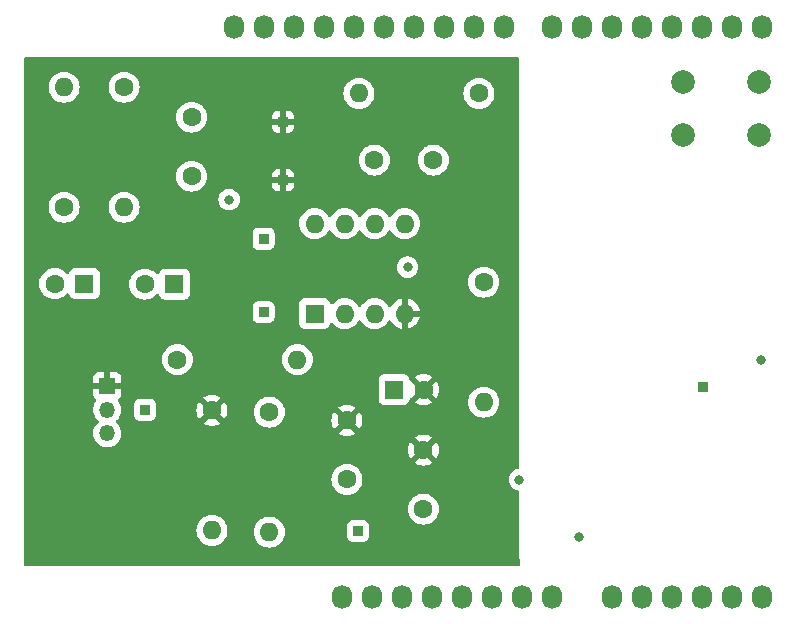
<source format=gbr>
%TF.GenerationSoftware,KiCad,Pcbnew,(6.0.0)*%
%TF.CreationDate,2022-05-11T10:24:23+02:00*%
%TF.ProjectId,speed_sensor,73706565-645f-4736-956e-736f722e6b69,v0.04*%
%TF.SameCoordinates,Original*%
%TF.FileFunction,Copper,L2,Inr*%
%TF.FilePolarity,Positive*%
%FSLAX46Y46*%
G04 Gerber Fmt 4.6, Leading zero omitted, Abs format (unit mm)*
G04 Created by KiCad (PCBNEW (6.0.0)) date 2022-05-11 10:24:23*
%MOMM*%
%LPD*%
G01*
G04 APERTURE LIST*
%TA.AperFunction,ComponentPad*%
%ADD10C,1.600000*%
%TD*%
%TA.AperFunction,ComponentPad*%
%ADD11O,1.727200X2.032000*%
%TD*%
%TA.AperFunction,ComponentPad*%
%ADD12O,1.600000X1.600000*%
%TD*%
%TA.AperFunction,ComponentPad*%
%ADD13R,0.850000X0.850000*%
%TD*%
%TA.AperFunction,ComponentPad*%
%ADD14R,1.600000X1.600000*%
%TD*%
%TA.AperFunction,ComponentPad*%
%ADD15C,2.000000*%
%TD*%
%TA.AperFunction,ComponentPad*%
%ADD16R,1.350000X1.350000*%
%TD*%
%TA.AperFunction,ComponentPad*%
%ADD17O,1.350000X1.350000*%
%TD*%
%TA.AperFunction,ViaPad*%
%ADD18C,0.800000*%
%TD*%
G04 APERTURE END LIST*
D10*
%TO.N,GNDA*%
%TO.C,C7*%
X145872200Y-111368200D03*
%TO.N,+5V*%
X145872200Y-116368200D03*
%TD*%
%TO.N,Net-(C6-Pad1)*%
%TO.C,C6*%
X146721200Y-86817200D03*
%TO.N,Net-(C6-Pad2)*%
X141721200Y-86817200D03*
%TD*%
%TO.N,/v_cm*%
%TO.C,C4*%
X139395200Y-113853600D03*
%TO.N,GNDA*%
X139395200Y-108853600D03*
%TD*%
%TO.N,Net-(C3-Pad1)*%
%TO.C,C3*%
X126238000Y-83185000D03*
%TO.N,Net-(C3-Pad2)*%
X126238000Y-88185000D03*
%TD*%
D11*
%TO.N,unconnected-(P1-Pad1)*%
%TO.C,P1*%
X138938000Y-123825000D03*
%TO.N,/IOREF*%
X141478000Y-123825000D03*
%TO.N,/Reset*%
X144018000Y-123825000D03*
%TO.N,unconnected-(P1-Pad4)*%
X146558000Y-123825000D03*
%TO.N,+5V*%
X149098000Y-123825000D03*
%TO.N,GND*%
X151638000Y-123825000D03*
X154178000Y-123825000D03*
%TO.N,/Vin*%
X156718000Y-123825000D03*
%TD*%
%TO.N,/A0*%
%TO.C,P2*%
X161798000Y-123825000D03*
%TO.N,/A1*%
X164338000Y-123825000D03*
%TO.N,/A2*%
X166878000Y-123825000D03*
%TO.N,/A3*%
X169418000Y-123825000D03*
%TO.N,unconnected-(P2-Pad5)*%
X171958000Y-123825000D03*
%TO.N,unconnected-(P2-Pad6)*%
X174498000Y-123825000D03*
%TD*%
%TO.N,unconnected-(P3-Pad1)*%
%TO.C,P3*%
X129794000Y-75565000D03*
%TO.N,unconnected-(P3-Pad2)*%
X132334000Y-75565000D03*
%TO.N,/AREF*%
X134874000Y-75565000D03*
%TO.N,unconnected-(P3-Pad4)*%
X137414000Y-75565000D03*
%TO.N,/D13(SCK)*%
X139954000Y-75565000D03*
%TO.N,/D12(MISO)*%
X142494000Y-75565000D03*
%TO.N,/D11(\u002A\u002A{slash}MOSI)*%
X145034000Y-75565000D03*
%TO.N,/D10(\u002A\u002A{slash}SS)*%
X147574000Y-75565000D03*
%TO.N,/D9*%
X150114000Y-75565000D03*
%TO.N,/D8*%
X152654000Y-75565000D03*
%TD*%
%TO.N,/D7*%
%TO.C,P4*%
X156718000Y-75565000D03*
%TO.N,/D6*%
X159258000Y-75565000D03*
%TO.N,/D5*%
X161798000Y-75565000D03*
%TO.N,/D4*%
X164338000Y-75565000D03*
%TO.N,/D3*%
X166878000Y-75565000D03*
%TO.N,/D2*%
X169418000Y-75565000D03*
%TO.N,/D1(Tx)*%
X171958000Y-75565000D03*
%TO.N,/D0(Rx)*%
X174498000Y-75565000D03*
%TD*%
D10*
%TO.N,Net-(C6-Pad1)*%
%TO.C,R6*%
X150571200Y-81178400D03*
D12*
%TO.N,Net-(C6-Pad2)*%
X140411200Y-81178400D03*
%TD*%
%TO.N,Net-(C6-Pad1)*%
%TO.C,R5*%
X115443000Y-80645000D03*
D10*
%TO.N,Net-(C5-Pad2)*%
X115443000Y-90805000D03*
%TD*%
D12*
%TO.N,Net-(C3-Pad1)*%
%TO.C,R3*%
X135204200Y-103708200D03*
D10*
%TO.N,Net-(C1-Pad1)*%
X125044200Y-103708200D03*
%TD*%
%TO.N,+5V*%
%TO.C,R1*%
X132816600Y-108153200D03*
D12*
%TO.N,/v_cm*%
X132816600Y-118313200D03*
%TD*%
D13*
%TO.N,/V_IN*%
%TO.C,sensor_out*%
X122301000Y-107950000D03*
%TD*%
D14*
%TO.N,/v_cm*%
%TO.C,C2*%
X143383000Y-106248200D03*
D10*
%TO.N,GNDA*%
X145883000Y-106248200D03*
%TD*%
D14*
%TO.N,Net-(C3-Pad2)*%
%TO.C,U1*%
X136662000Y-99812000D03*
D12*
%TO.N,Net-(C3-Pad1)*%
X139202000Y-99812000D03*
%TO.N,/v_cm*%
X141742000Y-99812000D03*
%TO.N,GNDA*%
X144282000Y-99812000D03*
%TO.N,/v_cm*%
X144282000Y-92192000D03*
%TO.N,Net-(C6-Pad1)*%
X141742000Y-92192000D03*
%TO.N,Net-(C6-Pad2)*%
X139202000Y-92192000D03*
%TO.N,+5V*%
X136662000Y-92192000D03*
%TD*%
D15*
%TO.N,GNDD*%
%TO.C,SW1*%
X174319000Y-84673000D03*
X167819000Y-84673000D03*
%TO.N,/D7*%
X167819000Y-80173000D03*
X174319000Y-80173000D03*
%TD*%
D10*
%TO.N,Net-(C6-Pad2)*%
%TO.C,R7*%
X150977600Y-97155000D03*
D12*
%TO.N,/A0*%
X150977600Y-107315000D03*
%TD*%
D13*
%TO.N,GNDA*%
%TO.C,GNDA*%
X133985000Y-83566000D03*
%TD*%
%TO.N,Net-(C6-Pad2)*%
%TO.C,OP2_out*%
X132334000Y-93472000D03*
%TD*%
D14*
%TO.N,Net-(C1-Pad1)*%
%TO.C,C1*%
X124776113Y-97322000D03*
D10*
%TO.N,/V_IN*%
X122276113Y-97322000D03*
%TD*%
D14*
%TO.N,Net-(C3-Pad2)*%
%TO.C,C5*%
X117156113Y-97282000D03*
D10*
%TO.N,Net-(C5-Pad2)*%
X114656113Y-97282000D03*
%TD*%
D16*
%TO.N,GNDA*%
%TO.C,sensor*%
X119098200Y-105950000D03*
D17*
%TO.N,/V_IN*%
X119098200Y-107950000D03*
%TO.N,+5V*%
X119098200Y-109950000D03*
%TD*%
D13*
%TO.N,Net-(C3-Pad2)*%
%TO.C,OP1_out*%
X132334000Y-99685000D03*
%TD*%
D10*
%TO.N,GNDA*%
%TO.C,R2*%
X127965200Y-108000800D03*
D12*
%TO.N,/v_cm*%
X127965200Y-118160800D03*
%TD*%
D13*
%TO.N,/v_cm*%
%TO.C,v_d_out*%
X140335000Y-118237000D03*
%TD*%
%TO.N,GNDD*%
%TO.C,GNDD*%
X169545000Y-106059700D03*
%TD*%
%TO.N,GNDA*%
%TO.C,GNDA*%
X133985000Y-88519000D03*
%TD*%
D12*
%TO.N,Net-(C3-Pad2)*%
%TO.C,R4*%
X120523000Y-90805000D03*
D10*
%TO.N,Net-(C3-Pad1)*%
X120523000Y-80645000D03*
%TD*%
D18*
%TO.N,GNDA*%
X151765000Y-119126000D03*
%TO.N,Net-(C3-Pad1)*%
X129413000Y-90170000D03*
%TO.N,+5V*%
X174447200Y-103784400D03*
%TO.N,/A0*%
X159029400Y-118770400D03*
X154000200Y-113868200D03*
%TO.N,Net-(C6-Pad2)*%
X144526000Y-95885000D03*
%TD*%
%TA.AperFunction,Conductor*%
%TO.N,GNDA*%
G36*
X153891597Y-78099602D02*
G01*
X153938090Y-78153258D01*
X153949476Y-78205524D01*
X153960351Y-96182151D01*
X153969971Y-112082556D01*
X153970431Y-112843622D01*
X153950470Y-112911755D01*
X153896843Y-112958280D01*
X153870628Y-112966945D01*
X153717912Y-112999406D01*
X153711882Y-113002091D01*
X153711881Y-113002091D01*
X153549478Y-113074397D01*
X153549476Y-113074398D01*
X153543448Y-113077082D01*
X153388947Y-113189334D01*
X153261160Y-113331256D01*
X153165673Y-113496644D01*
X153106658Y-113678272D01*
X153105968Y-113684833D01*
X153105968Y-113684835D01*
X153087655Y-113859075D01*
X153086696Y-113868200D01*
X153106658Y-114058128D01*
X153165673Y-114239756D01*
X153261160Y-114405144D01*
X153265578Y-114410051D01*
X153265579Y-114410052D01*
X153355887Y-114510349D01*
X153388947Y-114547066D01*
X153543448Y-114659318D01*
X153549476Y-114662002D01*
X153549478Y-114662003D01*
X153711881Y-114734309D01*
X153717912Y-114736994D01*
X153871868Y-114769719D01*
X153934340Y-114803446D01*
X153968662Y-114865596D01*
X153971670Y-114892889D01*
X153974534Y-119626219D01*
X153974800Y-120065800D01*
X153982339Y-120073339D01*
X153989718Y-120098414D01*
X153988324Y-120098824D01*
X154000669Y-120128600D01*
X154001358Y-120139061D01*
X154022934Y-121030464D01*
X154004586Y-121099049D01*
X153952071Y-121146827D01*
X153896965Y-121159513D01*
X127076200Y-121158000D01*
X112140074Y-121158000D01*
X112071953Y-121137998D01*
X112025460Y-121084342D01*
X112014074Y-121031926D01*
X112014601Y-120139061D01*
X112015767Y-118160800D01*
X126651702Y-118160800D01*
X126671657Y-118388887D01*
X126730916Y-118610043D01*
X126733239Y-118615024D01*
X126733239Y-118615025D01*
X126825351Y-118812562D01*
X126825354Y-118812567D01*
X126827677Y-118817549D01*
X126959002Y-119005100D01*
X127120900Y-119166998D01*
X127125408Y-119170155D01*
X127125411Y-119170157D01*
X127125901Y-119170500D01*
X127308451Y-119298323D01*
X127313433Y-119300646D01*
X127313438Y-119300649D01*
X127510975Y-119392761D01*
X127515957Y-119395084D01*
X127521265Y-119396506D01*
X127521267Y-119396507D01*
X127731798Y-119452919D01*
X127731800Y-119452919D01*
X127737113Y-119454343D01*
X127965200Y-119474298D01*
X128193287Y-119454343D01*
X128198600Y-119452919D01*
X128198602Y-119452919D01*
X128409133Y-119396507D01*
X128409135Y-119396506D01*
X128414443Y-119395084D01*
X128419425Y-119392761D01*
X128616962Y-119300649D01*
X128616967Y-119300646D01*
X128621949Y-119298323D01*
X128804499Y-119170500D01*
X128804989Y-119170157D01*
X128804992Y-119170155D01*
X128809500Y-119166998D01*
X128971398Y-119005100D01*
X129102723Y-118817549D01*
X129105046Y-118812567D01*
X129105049Y-118812562D01*
X129197161Y-118615025D01*
X129197161Y-118615024D01*
X129199484Y-118610043D01*
X129258743Y-118388887D01*
X129265365Y-118313200D01*
X131503102Y-118313200D01*
X131523057Y-118541287D01*
X131582316Y-118762443D01*
X131584639Y-118767424D01*
X131584639Y-118767425D01*
X131676751Y-118964962D01*
X131676754Y-118964967D01*
X131679077Y-118969949D01*
X131810402Y-119157500D01*
X131972300Y-119319398D01*
X131976808Y-119322555D01*
X131976811Y-119322557D01*
X132054989Y-119377298D01*
X132159851Y-119450723D01*
X132164833Y-119453046D01*
X132164838Y-119453049D01*
X132362375Y-119545161D01*
X132367357Y-119547484D01*
X132372665Y-119548906D01*
X132372667Y-119548907D01*
X132583198Y-119605319D01*
X132583200Y-119605319D01*
X132588513Y-119606743D01*
X132816600Y-119626698D01*
X133044687Y-119606743D01*
X133050000Y-119605319D01*
X133050002Y-119605319D01*
X133260533Y-119548907D01*
X133260535Y-119548906D01*
X133265843Y-119547484D01*
X133270825Y-119545161D01*
X133468362Y-119453049D01*
X133468367Y-119453046D01*
X133473349Y-119450723D01*
X133578211Y-119377298D01*
X133656389Y-119322557D01*
X133656392Y-119322555D01*
X133660900Y-119319398D01*
X133822798Y-119157500D01*
X133954123Y-118969949D01*
X133956446Y-118964967D01*
X133956449Y-118964962D01*
X134048561Y-118767425D01*
X134048561Y-118767424D01*
X134050884Y-118762443D01*
X134064900Y-118710134D01*
X139401500Y-118710134D01*
X139408255Y-118772316D01*
X139459385Y-118908705D01*
X139546739Y-119025261D01*
X139663295Y-119112615D01*
X139799684Y-119163745D01*
X139861866Y-119170500D01*
X140808134Y-119170500D01*
X140870316Y-119163745D01*
X141006705Y-119112615D01*
X141123261Y-119025261D01*
X141210615Y-118908705D01*
X141261745Y-118772316D01*
X141268500Y-118710134D01*
X141268500Y-117763866D01*
X141261745Y-117701684D01*
X141210615Y-117565295D01*
X141123261Y-117448739D01*
X141006705Y-117361385D01*
X140870316Y-117310255D01*
X140808134Y-117303500D01*
X139861866Y-117303500D01*
X139799684Y-117310255D01*
X139663295Y-117361385D01*
X139546739Y-117448739D01*
X139459385Y-117565295D01*
X139408255Y-117701684D01*
X139401500Y-117763866D01*
X139401500Y-118710134D01*
X134064900Y-118710134D01*
X134110143Y-118541287D01*
X134130098Y-118313200D01*
X134110143Y-118085113D01*
X134050884Y-117863957D01*
X134048561Y-117858975D01*
X133956449Y-117661438D01*
X133956446Y-117661433D01*
X133954123Y-117656451D01*
X133822798Y-117468900D01*
X133660900Y-117307002D01*
X133656392Y-117303845D01*
X133656389Y-117303843D01*
X133531503Y-117216397D01*
X133473349Y-117175677D01*
X133468367Y-117173354D01*
X133468362Y-117173351D01*
X133270825Y-117081239D01*
X133270824Y-117081239D01*
X133265843Y-117078916D01*
X133260535Y-117077494D01*
X133260533Y-117077493D01*
X133050002Y-117021081D01*
X133050000Y-117021081D01*
X133044687Y-117019657D01*
X132816600Y-116999702D01*
X132588513Y-117019657D01*
X132583200Y-117021081D01*
X132583198Y-117021081D01*
X132372667Y-117077493D01*
X132372665Y-117077494D01*
X132367357Y-117078916D01*
X132362376Y-117081239D01*
X132362375Y-117081239D01*
X132164838Y-117173351D01*
X132164833Y-117173354D01*
X132159851Y-117175677D01*
X132101697Y-117216397D01*
X131976811Y-117303843D01*
X131976808Y-117303845D01*
X131972300Y-117307002D01*
X131810402Y-117468900D01*
X131679077Y-117656451D01*
X131676754Y-117661433D01*
X131676751Y-117661438D01*
X131584639Y-117858975D01*
X131582316Y-117863957D01*
X131523057Y-118085113D01*
X131503102Y-118313200D01*
X129265365Y-118313200D01*
X129278698Y-118160800D01*
X129258743Y-117932713D01*
X129199484Y-117711557D01*
X129176256Y-117661743D01*
X129105049Y-117509038D01*
X129105046Y-117509033D01*
X129102723Y-117504051D01*
X128971398Y-117316500D01*
X128809500Y-117154602D01*
X128804992Y-117151445D01*
X128804989Y-117151443D01*
X128699377Y-117077493D01*
X128621949Y-117023277D01*
X128616967Y-117020954D01*
X128616962Y-117020951D01*
X128419425Y-116928839D01*
X128419424Y-116928839D01*
X128414443Y-116926516D01*
X128409135Y-116925094D01*
X128409133Y-116925093D01*
X128198602Y-116868681D01*
X128198600Y-116868681D01*
X128193287Y-116867257D01*
X127965200Y-116847302D01*
X127737113Y-116867257D01*
X127731800Y-116868681D01*
X127731798Y-116868681D01*
X127521267Y-116925093D01*
X127521265Y-116925094D01*
X127515957Y-116926516D01*
X127510976Y-116928839D01*
X127510975Y-116928839D01*
X127313438Y-117020951D01*
X127313433Y-117020954D01*
X127308451Y-117023277D01*
X127231023Y-117077493D01*
X127125411Y-117151443D01*
X127125408Y-117151445D01*
X127120900Y-117154602D01*
X126959002Y-117316500D01*
X126827677Y-117504051D01*
X126825354Y-117509033D01*
X126825351Y-117509038D01*
X126754144Y-117661743D01*
X126730916Y-117711557D01*
X126671657Y-117932713D01*
X126651702Y-118160800D01*
X112015767Y-118160800D01*
X112016824Y-116368200D01*
X144558702Y-116368200D01*
X144578657Y-116596287D01*
X144637916Y-116817443D01*
X144640239Y-116822424D01*
X144640239Y-116822425D01*
X144732351Y-117019962D01*
X144732354Y-117019967D01*
X144734677Y-117024949D01*
X144866002Y-117212500D01*
X145027900Y-117374398D01*
X145032408Y-117377555D01*
X145032411Y-117377557D01*
X145110589Y-117432298D01*
X145215451Y-117505723D01*
X145220433Y-117508046D01*
X145220438Y-117508049D01*
X145417975Y-117600161D01*
X145422957Y-117602484D01*
X145428265Y-117603906D01*
X145428267Y-117603907D01*
X145638798Y-117660319D01*
X145638800Y-117660319D01*
X145644113Y-117661743D01*
X145872200Y-117681698D01*
X146100287Y-117661743D01*
X146105600Y-117660319D01*
X146105602Y-117660319D01*
X146316133Y-117603907D01*
X146316135Y-117603906D01*
X146321443Y-117602484D01*
X146326425Y-117600161D01*
X146523962Y-117508049D01*
X146523967Y-117508046D01*
X146528949Y-117505723D01*
X146633811Y-117432298D01*
X146711989Y-117377557D01*
X146711992Y-117377555D01*
X146716500Y-117374398D01*
X146878398Y-117212500D01*
X147009723Y-117024949D01*
X147012046Y-117019967D01*
X147012049Y-117019962D01*
X147104161Y-116822425D01*
X147104161Y-116822424D01*
X147106484Y-116817443D01*
X147165743Y-116596287D01*
X147185698Y-116368200D01*
X147165743Y-116140113D01*
X147106484Y-115918957D01*
X147104161Y-115913975D01*
X147012049Y-115716438D01*
X147012046Y-115716433D01*
X147009723Y-115711451D01*
X146878398Y-115523900D01*
X146716500Y-115362002D01*
X146711992Y-115358845D01*
X146711989Y-115358843D01*
X146633811Y-115304102D01*
X146528949Y-115230677D01*
X146523967Y-115228354D01*
X146523962Y-115228351D01*
X146326425Y-115136239D01*
X146326424Y-115136239D01*
X146321443Y-115133916D01*
X146316135Y-115132494D01*
X146316133Y-115132493D01*
X146105602Y-115076081D01*
X146105600Y-115076081D01*
X146100287Y-115074657D01*
X145872200Y-115054702D01*
X145644113Y-115074657D01*
X145638800Y-115076081D01*
X145638798Y-115076081D01*
X145428267Y-115132493D01*
X145428265Y-115132494D01*
X145422957Y-115133916D01*
X145417976Y-115136239D01*
X145417975Y-115136239D01*
X145220438Y-115228351D01*
X145220433Y-115228354D01*
X145215451Y-115230677D01*
X145110589Y-115304102D01*
X145032411Y-115358843D01*
X145032408Y-115358845D01*
X145027900Y-115362002D01*
X144866002Y-115523900D01*
X144734677Y-115711451D01*
X144732354Y-115716433D01*
X144732351Y-115716438D01*
X144640239Y-115913975D01*
X144637916Y-115918957D01*
X144578657Y-116140113D01*
X144558702Y-116368200D01*
X112016824Y-116368200D01*
X112018307Y-113853600D01*
X138081702Y-113853600D01*
X138101657Y-114081687D01*
X138160916Y-114302843D01*
X138163239Y-114307824D01*
X138163239Y-114307825D01*
X138255351Y-114505362D01*
X138255354Y-114505367D01*
X138257677Y-114510349D01*
X138260834Y-114514857D01*
X138363867Y-114662003D01*
X138389002Y-114697900D01*
X138550900Y-114859798D01*
X138555408Y-114862955D01*
X138555411Y-114862957D01*
X138633589Y-114917698D01*
X138738451Y-114991123D01*
X138743433Y-114993446D01*
X138743438Y-114993449D01*
X138916564Y-115074178D01*
X138945957Y-115087884D01*
X138951265Y-115089306D01*
X138951267Y-115089307D01*
X139161798Y-115145719D01*
X139161800Y-115145719D01*
X139167113Y-115147143D01*
X139395200Y-115167098D01*
X139623287Y-115147143D01*
X139628600Y-115145719D01*
X139628602Y-115145719D01*
X139839133Y-115089307D01*
X139839135Y-115089306D01*
X139844443Y-115087884D01*
X139873836Y-115074178D01*
X140046962Y-114993449D01*
X140046967Y-114993446D01*
X140051949Y-114991123D01*
X140156811Y-114917698D01*
X140234989Y-114862957D01*
X140234992Y-114862955D01*
X140239500Y-114859798D01*
X140401398Y-114697900D01*
X140426534Y-114662003D01*
X140529566Y-114514857D01*
X140532723Y-114510349D01*
X140535046Y-114505367D01*
X140535049Y-114505362D01*
X140627161Y-114307825D01*
X140627161Y-114307824D01*
X140629484Y-114302843D01*
X140688743Y-114081687D01*
X140708698Y-113853600D01*
X140688743Y-113625513D01*
X140687319Y-113620198D01*
X140630907Y-113409667D01*
X140630906Y-113409665D01*
X140629484Y-113404357D01*
X140593108Y-113326348D01*
X140535049Y-113201838D01*
X140535046Y-113201833D01*
X140532723Y-113196851D01*
X140401398Y-113009300D01*
X140239500Y-112847402D01*
X140234992Y-112844245D01*
X140234989Y-112844243D01*
X140156811Y-112789502D01*
X140051949Y-112716077D01*
X140046967Y-112713754D01*
X140046962Y-112713751D01*
X139849425Y-112621639D01*
X139849424Y-112621639D01*
X139844443Y-112619316D01*
X139839135Y-112617894D01*
X139839133Y-112617893D01*
X139628602Y-112561481D01*
X139628600Y-112561481D01*
X139623287Y-112560057D01*
X139395200Y-112540102D01*
X139167113Y-112560057D01*
X139161800Y-112561481D01*
X139161798Y-112561481D01*
X138951267Y-112617893D01*
X138951265Y-112617894D01*
X138945957Y-112619316D01*
X138940976Y-112621639D01*
X138940975Y-112621639D01*
X138743438Y-112713751D01*
X138743433Y-112713754D01*
X138738451Y-112716077D01*
X138633589Y-112789502D01*
X138555411Y-112844243D01*
X138555408Y-112844245D01*
X138550900Y-112847402D01*
X138389002Y-113009300D01*
X138257677Y-113196851D01*
X138255354Y-113201833D01*
X138255351Y-113201838D01*
X138197292Y-113326348D01*
X138160916Y-113404357D01*
X138159494Y-113409665D01*
X138159493Y-113409667D01*
X138103081Y-113620198D01*
X138101657Y-113625513D01*
X138081702Y-113853600D01*
X112018307Y-113853600D01*
X112019132Y-112454262D01*
X145150693Y-112454262D01*
X145159989Y-112466277D01*
X145211194Y-112502131D01*
X145220689Y-112507614D01*
X145418147Y-112599690D01*
X145428439Y-112603436D01*
X145638888Y-112659825D01*
X145649681Y-112661728D01*
X145866725Y-112680717D01*
X145877675Y-112680717D01*
X146094719Y-112661728D01*
X146105512Y-112659825D01*
X146315961Y-112603436D01*
X146326253Y-112599690D01*
X146523711Y-112507614D01*
X146533206Y-112502131D01*
X146585248Y-112465691D01*
X146593624Y-112455212D01*
X146586556Y-112441766D01*
X145885012Y-111740222D01*
X145871068Y-111732608D01*
X145869235Y-111732739D01*
X145862620Y-111736990D01*
X145157123Y-112442487D01*
X145150693Y-112454262D01*
X112019132Y-112454262D01*
X112019769Y-111373675D01*
X144559683Y-111373675D01*
X144578672Y-111590719D01*
X144580575Y-111601512D01*
X144636964Y-111811961D01*
X144640710Y-111822253D01*
X144732786Y-112019711D01*
X144738269Y-112029206D01*
X144774709Y-112081248D01*
X144785188Y-112089624D01*
X144798634Y-112082556D01*
X145500178Y-111381012D01*
X145506556Y-111369332D01*
X146236608Y-111369332D01*
X146236739Y-111371165D01*
X146240990Y-111377780D01*
X146946487Y-112083277D01*
X146958262Y-112089707D01*
X146970277Y-112080411D01*
X147006131Y-112029206D01*
X147011614Y-112019711D01*
X147103690Y-111822253D01*
X147107436Y-111811961D01*
X147163825Y-111601512D01*
X147165728Y-111590719D01*
X147184717Y-111373675D01*
X147184717Y-111362725D01*
X147165728Y-111145681D01*
X147163825Y-111134888D01*
X147107436Y-110924439D01*
X147103690Y-110914147D01*
X147011614Y-110716689D01*
X147006131Y-110707194D01*
X146969691Y-110655152D01*
X146959212Y-110646776D01*
X146945766Y-110653844D01*
X146244222Y-111355388D01*
X146236608Y-111369332D01*
X145506556Y-111369332D01*
X145507792Y-111367068D01*
X145507661Y-111365235D01*
X145503410Y-111358620D01*
X144797913Y-110653123D01*
X144786138Y-110646693D01*
X144774123Y-110655989D01*
X144738269Y-110707194D01*
X144732786Y-110716689D01*
X144640710Y-110914147D01*
X144636964Y-110924439D01*
X144580575Y-111134888D01*
X144578672Y-111145681D01*
X144559683Y-111362725D01*
X144559683Y-111373675D01*
X112019769Y-111373675D01*
X112020627Y-109918887D01*
X117910037Y-109918887D01*
X117924263Y-110135933D01*
X117925684Y-110141529D01*
X117925685Y-110141534D01*
X117949237Y-110234269D01*
X117977805Y-110346753D01*
X118068868Y-110544285D01*
X118194404Y-110721914D01*
X118350209Y-110873692D01*
X118531063Y-110994536D01*
X118536371Y-110996817D01*
X118536372Y-110996817D01*
X118725609Y-111078119D01*
X118725612Y-111078120D01*
X118730912Y-111080397D01*
X118736542Y-111081671D01*
X118834664Y-111103874D01*
X118943060Y-111128402D01*
X118948831Y-111128629D01*
X118948833Y-111128629D01*
X119021820Y-111131496D01*
X119160405Y-111136941D01*
X119375666Y-111105730D01*
X119381130Y-111103875D01*
X119381135Y-111103874D01*
X119576163Y-111037671D01*
X119576168Y-111037669D01*
X119581635Y-111035813D01*
X119638813Y-111003792D01*
X119661072Y-110991326D01*
X119771413Y-110929532D01*
X119938646Y-110790446D01*
X120077732Y-110623213D01*
X120184013Y-110433435D01*
X120185869Y-110427968D01*
X120185871Y-110427963D01*
X120235694Y-110281188D01*
X145150776Y-110281188D01*
X145157844Y-110294634D01*
X145859388Y-110996178D01*
X145873332Y-111003792D01*
X145875165Y-111003661D01*
X145881780Y-110999410D01*
X146587277Y-110293913D01*
X146593707Y-110282138D01*
X146584411Y-110270123D01*
X146533206Y-110234269D01*
X146523711Y-110228786D01*
X146326253Y-110136710D01*
X146315961Y-110132964D01*
X146105512Y-110076575D01*
X146094719Y-110074672D01*
X145877675Y-110055683D01*
X145866725Y-110055683D01*
X145649681Y-110074672D01*
X145638888Y-110076575D01*
X145428439Y-110132964D01*
X145418147Y-110136710D01*
X145220689Y-110228786D01*
X145211194Y-110234269D01*
X145159152Y-110270709D01*
X145150776Y-110281188D01*
X120235694Y-110281188D01*
X120252074Y-110232935D01*
X120252075Y-110232930D01*
X120253930Y-110227466D01*
X120285141Y-110012205D01*
X120286770Y-109950000D01*
X120285820Y-109939662D01*
X138673693Y-109939662D01*
X138682989Y-109951677D01*
X138734194Y-109987531D01*
X138743689Y-109993014D01*
X138941147Y-110085090D01*
X138951439Y-110088836D01*
X139161888Y-110145225D01*
X139172681Y-110147128D01*
X139389725Y-110166117D01*
X139400675Y-110166117D01*
X139617719Y-110147128D01*
X139628512Y-110145225D01*
X139838961Y-110088836D01*
X139849253Y-110085090D01*
X140046711Y-109993014D01*
X140056206Y-109987531D01*
X140108248Y-109951091D01*
X140116624Y-109940612D01*
X140109556Y-109927166D01*
X139408012Y-109225622D01*
X139394068Y-109218008D01*
X139392235Y-109218139D01*
X139385620Y-109222390D01*
X138680123Y-109927887D01*
X138673693Y-109939662D01*
X120285820Y-109939662D01*
X120266867Y-109733400D01*
X120207826Y-109524055D01*
X120111623Y-109328974D01*
X120099932Y-109313317D01*
X119984933Y-109159315D01*
X119984932Y-109159314D01*
X119981480Y-109154691D01*
X119959888Y-109134731D01*
X119908103Y-109086862D01*
X127243693Y-109086862D01*
X127252989Y-109098877D01*
X127304194Y-109134731D01*
X127313689Y-109140214D01*
X127511147Y-109232290D01*
X127521439Y-109236036D01*
X127731888Y-109292425D01*
X127742681Y-109294328D01*
X127959725Y-109313317D01*
X127970675Y-109313317D01*
X128187719Y-109294328D01*
X128198512Y-109292425D01*
X128408961Y-109236036D01*
X128419253Y-109232290D01*
X128616711Y-109140214D01*
X128626206Y-109134731D01*
X128678248Y-109098291D01*
X128686624Y-109087812D01*
X128679556Y-109074366D01*
X127978012Y-108372822D01*
X127964068Y-108365208D01*
X127962235Y-108365339D01*
X127955620Y-108369590D01*
X127250123Y-109075087D01*
X127243693Y-109086862D01*
X119908103Y-109086862D01*
X119859278Y-109041729D01*
X119822833Y-108980800D01*
X119825114Y-108909840D01*
X119864238Y-108852330D01*
X119934208Y-108794137D01*
X119938646Y-108790446D01*
X120077732Y-108623213D01*
X120184013Y-108433435D01*
X120185869Y-108427968D01*
X120185871Y-108427963D01*
X120187510Y-108423134D01*
X121367500Y-108423134D01*
X121374255Y-108485316D01*
X121425385Y-108621705D01*
X121512739Y-108738261D01*
X121629295Y-108825615D01*
X121765684Y-108876745D01*
X121827866Y-108883500D01*
X122774134Y-108883500D01*
X122836316Y-108876745D01*
X122972705Y-108825615D01*
X123089261Y-108738261D01*
X123176615Y-108621705D01*
X123227745Y-108485316D01*
X123234500Y-108423134D01*
X123234500Y-108006275D01*
X126652683Y-108006275D01*
X126671672Y-108223319D01*
X126673575Y-108234112D01*
X126729964Y-108444561D01*
X126733710Y-108454853D01*
X126825786Y-108652311D01*
X126831269Y-108661806D01*
X126867709Y-108713848D01*
X126878188Y-108722224D01*
X126891634Y-108715156D01*
X127593178Y-108013612D01*
X127599556Y-108001932D01*
X128329608Y-108001932D01*
X128329739Y-108003765D01*
X128333990Y-108010380D01*
X129039487Y-108715877D01*
X129051262Y-108722307D01*
X129063277Y-108713011D01*
X129099131Y-108661806D01*
X129104614Y-108652311D01*
X129196690Y-108454853D01*
X129200436Y-108444561D01*
X129256825Y-108234112D01*
X129258728Y-108223319D01*
X129264863Y-108153200D01*
X131503102Y-108153200D01*
X131523057Y-108381287D01*
X131524481Y-108386600D01*
X131524481Y-108386602D01*
X131567450Y-108546961D01*
X131582316Y-108602443D01*
X131584639Y-108607424D01*
X131584639Y-108607425D01*
X131676751Y-108804962D01*
X131676754Y-108804967D01*
X131679077Y-108809949D01*
X131730320Y-108883131D01*
X131798709Y-108980800D01*
X131810402Y-108997500D01*
X131972300Y-109159398D01*
X131976808Y-109162555D01*
X131976811Y-109162557D01*
X132054989Y-109217298D01*
X132159851Y-109290723D01*
X132164833Y-109293046D01*
X132164838Y-109293049D01*
X132362375Y-109385161D01*
X132367357Y-109387484D01*
X132372665Y-109388906D01*
X132372667Y-109388907D01*
X132583198Y-109445319D01*
X132583200Y-109445319D01*
X132588513Y-109446743D01*
X132816600Y-109466698D01*
X133044687Y-109446743D01*
X133050000Y-109445319D01*
X133050002Y-109445319D01*
X133260533Y-109388907D01*
X133260535Y-109388906D01*
X133265843Y-109387484D01*
X133270825Y-109385161D01*
X133468362Y-109293049D01*
X133468367Y-109293046D01*
X133473349Y-109290723D01*
X133578211Y-109217298D01*
X133656389Y-109162557D01*
X133656392Y-109162555D01*
X133660900Y-109159398D01*
X133822798Y-108997500D01*
X133834492Y-108980800D01*
X133902880Y-108883131D01*
X133919724Y-108859075D01*
X138082683Y-108859075D01*
X138101672Y-109076119D01*
X138103575Y-109086912D01*
X138159964Y-109297361D01*
X138163710Y-109307653D01*
X138255786Y-109505111D01*
X138261269Y-109514606D01*
X138297709Y-109566648D01*
X138308188Y-109575024D01*
X138321634Y-109567956D01*
X139023178Y-108866412D01*
X139029556Y-108854732D01*
X139759608Y-108854732D01*
X139759739Y-108856565D01*
X139763990Y-108863180D01*
X140469487Y-109568677D01*
X140481262Y-109575107D01*
X140493277Y-109565811D01*
X140529131Y-109514606D01*
X140534614Y-109505111D01*
X140626690Y-109307653D01*
X140630436Y-109297361D01*
X140686825Y-109086912D01*
X140688728Y-109076119D01*
X140707717Y-108859075D01*
X140707717Y-108848125D01*
X140688728Y-108631081D01*
X140686825Y-108620288D01*
X140630436Y-108409839D01*
X140626690Y-108399547D01*
X140534614Y-108202089D01*
X140529131Y-108192594D01*
X140492691Y-108140552D01*
X140482212Y-108132176D01*
X140468766Y-108139244D01*
X139767222Y-108840788D01*
X139759608Y-108854732D01*
X139029556Y-108854732D01*
X139030792Y-108852468D01*
X139030661Y-108850635D01*
X139026410Y-108844020D01*
X138320913Y-108138523D01*
X138309138Y-108132093D01*
X138297123Y-108141389D01*
X138261269Y-108192594D01*
X138255786Y-108202089D01*
X138163710Y-108399547D01*
X138159964Y-108409839D01*
X138103575Y-108620288D01*
X138101672Y-108631081D01*
X138082683Y-108848125D01*
X138082683Y-108859075D01*
X133919724Y-108859075D01*
X133954123Y-108809949D01*
X133956446Y-108804967D01*
X133956449Y-108804962D01*
X134048561Y-108607425D01*
X134048561Y-108607424D01*
X134050884Y-108602443D01*
X134065751Y-108546961D01*
X134108719Y-108386602D01*
X134108719Y-108386600D01*
X134110143Y-108381287D01*
X134130098Y-108153200D01*
X134110143Y-107925113D01*
X134067666Y-107766588D01*
X138673776Y-107766588D01*
X138680844Y-107780034D01*
X139382388Y-108481578D01*
X139396332Y-108489192D01*
X139398165Y-108489061D01*
X139404780Y-108484810D01*
X140110277Y-107779313D01*
X140116707Y-107767538D01*
X140107411Y-107755523D01*
X140056206Y-107719669D01*
X140046711Y-107714186D01*
X139849253Y-107622110D01*
X139838961Y-107618364D01*
X139628512Y-107561975D01*
X139617719Y-107560072D01*
X139400675Y-107541083D01*
X139389725Y-107541083D01*
X139172681Y-107560072D01*
X139161888Y-107561975D01*
X138951439Y-107618364D01*
X138941147Y-107622110D01*
X138743689Y-107714186D01*
X138734194Y-107719669D01*
X138682152Y-107756109D01*
X138673776Y-107766588D01*
X134067666Y-107766588D01*
X134058773Y-107733400D01*
X134052307Y-107709267D01*
X134052306Y-107709265D01*
X134050884Y-107703957D01*
X134015828Y-107628778D01*
X133956449Y-107501438D01*
X133956446Y-107501433D01*
X133954123Y-107496451D01*
X133848970Y-107346277D01*
X133825957Y-107313411D01*
X133825955Y-107313408D01*
X133822798Y-107308900D01*
X133660900Y-107147002D01*
X133656392Y-107143845D01*
X133656389Y-107143843D01*
X133588539Y-107096334D01*
X142074500Y-107096334D01*
X142081255Y-107158516D01*
X142132385Y-107294905D01*
X142219739Y-107411461D01*
X142336295Y-107498815D01*
X142472684Y-107549945D01*
X142534866Y-107556700D01*
X144231134Y-107556700D01*
X144293316Y-107549945D01*
X144429705Y-107498815D01*
X144546261Y-107411461D01*
X144604119Y-107334262D01*
X145161493Y-107334262D01*
X145170789Y-107346277D01*
X145221994Y-107382131D01*
X145231489Y-107387614D01*
X145428947Y-107479690D01*
X145439239Y-107483436D01*
X145649688Y-107539825D01*
X145660481Y-107541728D01*
X145877525Y-107560717D01*
X145888475Y-107560717D01*
X146105519Y-107541728D01*
X146116312Y-107539825D01*
X146326761Y-107483436D01*
X146337053Y-107479690D01*
X146534511Y-107387614D01*
X146544006Y-107382131D01*
X146596048Y-107345691D01*
X146604424Y-107335212D01*
X146597356Y-107321766D01*
X146590590Y-107315000D01*
X149664102Y-107315000D01*
X149684057Y-107543087D01*
X149685481Y-107548400D01*
X149685481Y-107548402D01*
X149735052Y-107733400D01*
X149743316Y-107764243D01*
X149745639Y-107769224D01*
X149745639Y-107769225D01*
X149837751Y-107966762D01*
X149837754Y-107966767D01*
X149840077Y-107971749D01*
X149913502Y-108076611D01*
X149967131Y-108153200D01*
X149971402Y-108159300D01*
X150133300Y-108321198D01*
X150137808Y-108324355D01*
X150137811Y-108324357D01*
X150215989Y-108379098D01*
X150320851Y-108452523D01*
X150325833Y-108454846D01*
X150325838Y-108454849D01*
X150523375Y-108546961D01*
X150528357Y-108549284D01*
X150533665Y-108550706D01*
X150533667Y-108550707D01*
X150744198Y-108607119D01*
X150744200Y-108607119D01*
X150749513Y-108608543D01*
X150977600Y-108628498D01*
X151205687Y-108608543D01*
X151211000Y-108607119D01*
X151211002Y-108607119D01*
X151421533Y-108550707D01*
X151421535Y-108550706D01*
X151426843Y-108549284D01*
X151431825Y-108546961D01*
X151629362Y-108454849D01*
X151629367Y-108454846D01*
X151634349Y-108452523D01*
X151739211Y-108379098D01*
X151817389Y-108324357D01*
X151817392Y-108324355D01*
X151821900Y-108321198D01*
X151983798Y-108159300D01*
X151988070Y-108153200D01*
X152041698Y-108076611D01*
X152115123Y-107971749D01*
X152117446Y-107966767D01*
X152117449Y-107966762D01*
X152209561Y-107769225D01*
X152209561Y-107769224D01*
X152211884Y-107764243D01*
X152220149Y-107733400D01*
X152269719Y-107548402D01*
X152269719Y-107548400D01*
X152271143Y-107543087D01*
X152291098Y-107315000D01*
X152271143Y-107086913D01*
X152260374Y-107046722D01*
X152213307Y-106871067D01*
X152213306Y-106871065D01*
X152211884Y-106865757D01*
X152199958Y-106840181D01*
X152117449Y-106663238D01*
X152117446Y-106663233D01*
X152115123Y-106658251D01*
X151983798Y-106470700D01*
X151821900Y-106308802D01*
X151817392Y-106305645D01*
X151817389Y-106305643D01*
X151731117Y-106245235D01*
X151634349Y-106177477D01*
X151629367Y-106175154D01*
X151629362Y-106175151D01*
X151431825Y-106083039D01*
X151431824Y-106083039D01*
X151426843Y-106080716D01*
X151421535Y-106079294D01*
X151421533Y-106079293D01*
X151211002Y-106022881D01*
X151211000Y-106022881D01*
X151205687Y-106021457D01*
X150977600Y-106001502D01*
X150749513Y-106021457D01*
X150744200Y-106022881D01*
X150744198Y-106022881D01*
X150533667Y-106079293D01*
X150533665Y-106079294D01*
X150528357Y-106080716D01*
X150523376Y-106083039D01*
X150523375Y-106083039D01*
X150325838Y-106175151D01*
X150325833Y-106175154D01*
X150320851Y-106177477D01*
X150224083Y-106245235D01*
X150137811Y-106305643D01*
X150137808Y-106305645D01*
X150133300Y-106308802D01*
X149971402Y-106470700D01*
X149840077Y-106658251D01*
X149837754Y-106663233D01*
X149837751Y-106663238D01*
X149755242Y-106840181D01*
X149743316Y-106865757D01*
X149741894Y-106871065D01*
X149741893Y-106871067D01*
X149694826Y-107046722D01*
X149684057Y-107086913D01*
X149664102Y-107315000D01*
X146590590Y-107315000D01*
X145895812Y-106620222D01*
X145881868Y-106612608D01*
X145880035Y-106612739D01*
X145873420Y-106616990D01*
X145167923Y-107322487D01*
X145161493Y-107334262D01*
X144604119Y-107334262D01*
X144633615Y-107294905D01*
X144684745Y-107158516D01*
X144691500Y-107096334D01*
X144691500Y-107093015D01*
X144715153Y-107026090D01*
X144761156Y-106990396D01*
X144760141Y-106988466D01*
X144771000Y-106982758D01*
X144771245Y-106982568D01*
X144771403Y-106982547D01*
X144809434Y-106962556D01*
X145510978Y-106261012D01*
X145517356Y-106249332D01*
X146247408Y-106249332D01*
X146247539Y-106251165D01*
X146251790Y-106257780D01*
X146957287Y-106963277D01*
X146969062Y-106969707D01*
X146981077Y-106960411D01*
X147016931Y-106909206D01*
X147022414Y-106899711D01*
X147114490Y-106702253D01*
X147118236Y-106691961D01*
X147174625Y-106481512D01*
X147176528Y-106470719D01*
X147195517Y-106253675D01*
X147195517Y-106242725D01*
X147176528Y-106025681D01*
X147174625Y-106014888D01*
X147118236Y-105804439D01*
X147114490Y-105794147D01*
X147022414Y-105596689D01*
X147016931Y-105587194D01*
X146980491Y-105535152D01*
X146970012Y-105526776D01*
X146956566Y-105533844D01*
X146255022Y-106235388D01*
X146247408Y-106249332D01*
X145517356Y-106249332D01*
X145518592Y-106247068D01*
X145518461Y-106245235D01*
X145514210Y-106238620D01*
X144808713Y-105533123D01*
X144766971Y-105510329D01*
X144756971Y-105508153D01*
X144706773Y-105457947D01*
X144691549Y-105404386D01*
X144691500Y-105403481D01*
X144691500Y-105400066D01*
X144684745Y-105337884D01*
X144633615Y-105201495D01*
X144603407Y-105161188D01*
X145161576Y-105161188D01*
X145168644Y-105174634D01*
X145870188Y-105876178D01*
X145884132Y-105883792D01*
X145885965Y-105883661D01*
X145892580Y-105879410D01*
X146598077Y-105173913D01*
X146604507Y-105162138D01*
X146595211Y-105150123D01*
X146544006Y-105114269D01*
X146534511Y-105108786D01*
X146337053Y-105016710D01*
X146326761Y-105012964D01*
X146116312Y-104956575D01*
X146105519Y-104954672D01*
X145888475Y-104935683D01*
X145877525Y-104935683D01*
X145660481Y-104954672D01*
X145649688Y-104956575D01*
X145439239Y-105012964D01*
X145428947Y-105016710D01*
X145231489Y-105108786D01*
X145221994Y-105114269D01*
X145169952Y-105150709D01*
X145161576Y-105161188D01*
X144603407Y-105161188D01*
X144546261Y-105084939D01*
X144429705Y-104997585D01*
X144293316Y-104946455D01*
X144231134Y-104939700D01*
X142534866Y-104939700D01*
X142472684Y-104946455D01*
X142336295Y-104997585D01*
X142219739Y-105084939D01*
X142132385Y-105201495D01*
X142081255Y-105337884D01*
X142074500Y-105400066D01*
X142074500Y-107096334D01*
X133588539Y-107096334D01*
X133552691Y-107071233D01*
X133473349Y-107015677D01*
X133468367Y-107013354D01*
X133468362Y-107013351D01*
X133270825Y-106921239D01*
X133270824Y-106921239D01*
X133265843Y-106918916D01*
X133260535Y-106917494D01*
X133260533Y-106917493D01*
X133050002Y-106861081D01*
X133050000Y-106861081D01*
X133044687Y-106859657D01*
X132816600Y-106839702D01*
X132588513Y-106859657D01*
X132583200Y-106861081D01*
X132583198Y-106861081D01*
X132372667Y-106917493D01*
X132372665Y-106917494D01*
X132367357Y-106918916D01*
X132362376Y-106921239D01*
X132362375Y-106921239D01*
X132164838Y-107013351D01*
X132164833Y-107013354D01*
X132159851Y-107015677D01*
X132080509Y-107071233D01*
X131976811Y-107143843D01*
X131976808Y-107143845D01*
X131972300Y-107147002D01*
X131810402Y-107308900D01*
X131807245Y-107313408D01*
X131807243Y-107313411D01*
X131784230Y-107346277D01*
X131679077Y-107496451D01*
X131676754Y-107501433D01*
X131676751Y-107501438D01*
X131617372Y-107628778D01*
X131582316Y-107703957D01*
X131580894Y-107709265D01*
X131580893Y-107709267D01*
X131574427Y-107733400D01*
X131523057Y-107925113D01*
X131503102Y-108153200D01*
X129264863Y-108153200D01*
X129277717Y-108006275D01*
X129277717Y-107995325D01*
X129258728Y-107778281D01*
X129256825Y-107767488D01*
X129200436Y-107557039D01*
X129196690Y-107546747D01*
X129104614Y-107349289D01*
X129099131Y-107339794D01*
X129062691Y-107287752D01*
X129052212Y-107279376D01*
X129038766Y-107286444D01*
X128337222Y-107987988D01*
X128329608Y-108001932D01*
X127599556Y-108001932D01*
X127600792Y-107999668D01*
X127600661Y-107997835D01*
X127596410Y-107991220D01*
X126890913Y-107285723D01*
X126879138Y-107279293D01*
X126867123Y-107288589D01*
X126831269Y-107339794D01*
X126825786Y-107349289D01*
X126733710Y-107546747D01*
X126729964Y-107557039D01*
X126673575Y-107767488D01*
X126671672Y-107778281D01*
X126652683Y-107995325D01*
X126652683Y-108006275D01*
X123234500Y-108006275D01*
X123234500Y-107476866D01*
X123227745Y-107414684D01*
X123176615Y-107278295D01*
X123089261Y-107161739D01*
X122972705Y-107074385D01*
X122836316Y-107023255D01*
X122774134Y-107016500D01*
X121827866Y-107016500D01*
X121765684Y-107023255D01*
X121629295Y-107074385D01*
X121512739Y-107161739D01*
X121425385Y-107278295D01*
X121374255Y-107414684D01*
X121367500Y-107476866D01*
X121367500Y-108423134D01*
X120187510Y-108423134D01*
X120252074Y-108232935D01*
X120252075Y-108232930D01*
X120253930Y-108227466D01*
X120285141Y-108012205D01*
X120286770Y-107950000D01*
X120266867Y-107733400D01*
X120262995Y-107719669D01*
X120215128Y-107549945D01*
X120207826Y-107524055D01*
X120111623Y-107328974D01*
X120108167Y-107324346D01*
X120108164Y-107324341D01*
X120032366Y-107222834D01*
X120007634Y-107156285D01*
X120022809Y-107086929D01*
X120057759Y-107046620D01*
X120128924Y-106993285D01*
X120141485Y-106980724D01*
X120191651Y-106913788D01*
X127243776Y-106913788D01*
X127250844Y-106927234D01*
X127952388Y-107628778D01*
X127966332Y-107636392D01*
X127968165Y-107636261D01*
X127974780Y-107632010D01*
X128680277Y-106926513D01*
X128686707Y-106914738D01*
X128677411Y-106902723D01*
X128626206Y-106866869D01*
X128616711Y-106861386D01*
X128419253Y-106769310D01*
X128408961Y-106765564D01*
X128198512Y-106709175D01*
X128187719Y-106707272D01*
X127970675Y-106688283D01*
X127959725Y-106688283D01*
X127742681Y-106707272D01*
X127731888Y-106709175D01*
X127521439Y-106765564D01*
X127511147Y-106769310D01*
X127313689Y-106861386D01*
X127304194Y-106866869D01*
X127252152Y-106903309D01*
X127243776Y-106913788D01*
X120191651Y-106913788D01*
X120217986Y-106878649D01*
X120226524Y-106863054D01*
X120271678Y-106742606D01*
X120275305Y-106727351D01*
X120280831Y-106676486D01*
X120281200Y-106669672D01*
X120281200Y-106222115D01*
X120276725Y-106206876D01*
X120275335Y-106205671D01*
X120267652Y-106204000D01*
X117933316Y-106204000D01*
X117918077Y-106208475D01*
X117916872Y-106209865D01*
X117915201Y-106217548D01*
X117915201Y-106669669D01*
X117915571Y-106676490D01*
X117921095Y-106727352D01*
X117924721Y-106742604D01*
X117969876Y-106863054D01*
X117978414Y-106878649D01*
X118054915Y-106980724D01*
X118067475Y-106993284D01*
X118138778Y-107046722D01*
X118181294Y-107103581D01*
X118186320Y-107174400D01*
X118162164Y-107225555D01*
X118114163Y-107286444D01*
X118101381Y-107302658D01*
X118098693Y-107307767D01*
X118084254Y-107335212D01*
X118000105Y-107495154D01*
X117992740Y-107518872D01*
X117956290Y-107636261D01*
X117935603Y-107702882D01*
X117910037Y-107918887D01*
X117924263Y-108135933D01*
X117925684Y-108141529D01*
X117925685Y-108141534D01*
X117970325Y-108317301D01*
X117977805Y-108346753D01*
X117980222Y-108351996D01*
X118043470Y-108489192D01*
X118068868Y-108544285D01*
X118072201Y-108549001D01*
X118188704Y-108713848D01*
X118194404Y-108721914D01*
X118198546Y-108725949D01*
X118337941Y-108861741D01*
X118372779Y-108923602D01*
X118368642Y-108994478D01*
X118333099Y-109046726D01*
X118236042Y-109131842D01*
X118232470Y-109136373D01*
X118113279Y-109287566D01*
X118101381Y-109302658D01*
X118000105Y-109495154D01*
X117935603Y-109702882D01*
X117910037Y-109918887D01*
X112020627Y-109918887D01*
X112023128Y-105677885D01*
X117915200Y-105677885D01*
X117919675Y-105693124D01*
X117921065Y-105694329D01*
X117928748Y-105696000D01*
X118826085Y-105696000D01*
X118841324Y-105691525D01*
X118842529Y-105690135D01*
X118844200Y-105682452D01*
X118844200Y-105677885D01*
X119352200Y-105677885D01*
X119356675Y-105693124D01*
X119358065Y-105694329D01*
X119365748Y-105696000D01*
X120263084Y-105696000D01*
X120278323Y-105691525D01*
X120279528Y-105690135D01*
X120281199Y-105682452D01*
X120281199Y-105230331D01*
X120280829Y-105223510D01*
X120275305Y-105172648D01*
X120271679Y-105157396D01*
X120226524Y-105036946D01*
X120217986Y-105021351D01*
X120141485Y-104919276D01*
X120128924Y-104906715D01*
X120026849Y-104830214D01*
X120011254Y-104821676D01*
X119890806Y-104776522D01*
X119875551Y-104772895D01*
X119824686Y-104767369D01*
X119817872Y-104767000D01*
X119370315Y-104767000D01*
X119355076Y-104771475D01*
X119353871Y-104772865D01*
X119352200Y-104780548D01*
X119352200Y-105677885D01*
X118844200Y-105677885D01*
X118844200Y-104785116D01*
X118839725Y-104769877D01*
X118838335Y-104768672D01*
X118830652Y-104767001D01*
X118378531Y-104767001D01*
X118371710Y-104767371D01*
X118320848Y-104772895D01*
X118305596Y-104776521D01*
X118185146Y-104821676D01*
X118169551Y-104830214D01*
X118067476Y-104906715D01*
X118054915Y-104919276D01*
X117978414Y-105021351D01*
X117969876Y-105036946D01*
X117924722Y-105157394D01*
X117921095Y-105172649D01*
X117915569Y-105223514D01*
X117915200Y-105230328D01*
X117915200Y-105677885D01*
X112023128Y-105677885D01*
X112024289Y-103708200D01*
X123730702Y-103708200D01*
X123750657Y-103936287D01*
X123809916Y-104157443D01*
X123812239Y-104162424D01*
X123812239Y-104162425D01*
X123904351Y-104359962D01*
X123904354Y-104359967D01*
X123906677Y-104364949D01*
X124038002Y-104552500D01*
X124199900Y-104714398D01*
X124204408Y-104717555D01*
X124204411Y-104717557D01*
X124275023Y-104767000D01*
X124387451Y-104845723D01*
X124392433Y-104848046D01*
X124392438Y-104848049D01*
X124589778Y-104940069D01*
X124594957Y-104942484D01*
X124600265Y-104943906D01*
X124600267Y-104943907D01*
X124810798Y-105000319D01*
X124810800Y-105000319D01*
X124816113Y-105001743D01*
X125044200Y-105021698D01*
X125272287Y-105001743D01*
X125277600Y-105000319D01*
X125277602Y-105000319D01*
X125488133Y-104943907D01*
X125488135Y-104943906D01*
X125493443Y-104942484D01*
X125498622Y-104940069D01*
X125695962Y-104848049D01*
X125695967Y-104848046D01*
X125700949Y-104845723D01*
X125813377Y-104767000D01*
X125883989Y-104717557D01*
X125883992Y-104717555D01*
X125888500Y-104714398D01*
X126050398Y-104552500D01*
X126181723Y-104364949D01*
X126184046Y-104359967D01*
X126184049Y-104359962D01*
X126276161Y-104162425D01*
X126276161Y-104162424D01*
X126278484Y-104157443D01*
X126337743Y-103936287D01*
X126357698Y-103708200D01*
X133890702Y-103708200D01*
X133910657Y-103936287D01*
X133969916Y-104157443D01*
X133972239Y-104162424D01*
X133972239Y-104162425D01*
X134064351Y-104359962D01*
X134064354Y-104359967D01*
X134066677Y-104364949D01*
X134198002Y-104552500D01*
X134359900Y-104714398D01*
X134364408Y-104717555D01*
X134364411Y-104717557D01*
X134435023Y-104767000D01*
X134547451Y-104845723D01*
X134552433Y-104848046D01*
X134552438Y-104848049D01*
X134749778Y-104940069D01*
X134754957Y-104942484D01*
X134760265Y-104943906D01*
X134760267Y-104943907D01*
X134970798Y-105000319D01*
X134970800Y-105000319D01*
X134976113Y-105001743D01*
X135204200Y-105021698D01*
X135432287Y-105001743D01*
X135437600Y-105000319D01*
X135437602Y-105000319D01*
X135648133Y-104943907D01*
X135648135Y-104943906D01*
X135653443Y-104942484D01*
X135658622Y-104940069D01*
X135855962Y-104848049D01*
X135855967Y-104848046D01*
X135860949Y-104845723D01*
X135973377Y-104767000D01*
X136043989Y-104717557D01*
X136043992Y-104717555D01*
X136048500Y-104714398D01*
X136210398Y-104552500D01*
X136341723Y-104364949D01*
X136344046Y-104359967D01*
X136344049Y-104359962D01*
X136436161Y-104162425D01*
X136436161Y-104162424D01*
X136438484Y-104157443D01*
X136497743Y-103936287D01*
X136517698Y-103708200D01*
X136497743Y-103480113D01*
X136438484Y-103258957D01*
X136436161Y-103253975D01*
X136344049Y-103056438D01*
X136344046Y-103056433D01*
X136341723Y-103051451D01*
X136210398Y-102863900D01*
X136048500Y-102702002D01*
X136043992Y-102698845D01*
X136043989Y-102698843D01*
X135965811Y-102644102D01*
X135860949Y-102570677D01*
X135855967Y-102568354D01*
X135855962Y-102568351D01*
X135658425Y-102476239D01*
X135658424Y-102476239D01*
X135653443Y-102473916D01*
X135648135Y-102472494D01*
X135648133Y-102472493D01*
X135437602Y-102416081D01*
X135437600Y-102416081D01*
X135432287Y-102414657D01*
X135204200Y-102394702D01*
X134976113Y-102414657D01*
X134970800Y-102416081D01*
X134970798Y-102416081D01*
X134760267Y-102472493D01*
X134760265Y-102472494D01*
X134754957Y-102473916D01*
X134749976Y-102476239D01*
X134749975Y-102476239D01*
X134552438Y-102568351D01*
X134552433Y-102568354D01*
X134547451Y-102570677D01*
X134442589Y-102644102D01*
X134364411Y-102698843D01*
X134364408Y-102698845D01*
X134359900Y-102702002D01*
X134198002Y-102863900D01*
X134066677Y-103051451D01*
X134064354Y-103056433D01*
X134064351Y-103056438D01*
X133972239Y-103253975D01*
X133969916Y-103258957D01*
X133910657Y-103480113D01*
X133890702Y-103708200D01*
X126357698Y-103708200D01*
X126337743Y-103480113D01*
X126278484Y-103258957D01*
X126276161Y-103253975D01*
X126184049Y-103056438D01*
X126184046Y-103056433D01*
X126181723Y-103051451D01*
X126050398Y-102863900D01*
X125888500Y-102702002D01*
X125883992Y-102698845D01*
X125883989Y-102698843D01*
X125805811Y-102644102D01*
X125700949Y-102570677D01*
X125695967Y-102568354D01*
X125695962Y-102568351D01*
X125498425Y-102476239D01*
X125498424Y-102476239D01*
X125493443Y-102473916D01*
X125488135Y-102472494D01*
X125488133Y-102472493D01*
X125277602Y-102416081D01*
X125277600Y-102416081D01*
X125272287Y-102414657D01*
X125044200Y-102394702D01*
X124816113Y-102414657D01*
X124810800Y-102416081D01*
X124810798Y-102416081D01*
X124600267Y-102472493D01*
X124600265Y-102472494D01*
X124594957Y-102473916D01*
X124589976Y-102476239D01*
X124589975Y-102476239D01*
X124392438Y-102568351D01*
X124392433Y-102568354D01*
X124387451Y-102570677D01*
X124282589Y-102644102D01*
X124204411Y-102698843D01*
X124204408Y-102698845D01*
X124199900Y-102702002D01*
X124038002Y-102863900D01*
X123906677Y-103051451D01*
X123904354Y-103056433D01*
X123904351Y-103056438D01*
X123812239Y-103253975D01*
X123809916Y-103258957D01*
X123750657Y-103480113D01*
X123730702Y-103708200D01*
X112024289Y-103708200D01*
X112026086Y-100660134D01*
X135353500Y-100660134D01*
X135360255Y-100722316D01*
X135411385Y-100858705D01*
X135498739Y-100975261D01*
X135615295Y-101062615D01*
X135751684Y-101113745D01*
X135813866Y-101120500D01*
X137510134Y-101120500D01*
X137572316Y-101113745D01*
X137708705Y-101062615D01*
X137825261Y-100975261D01*
X137912615Y-100858705D01*
X137963745Y-100722316D01*
X137964917Y-100711526D01*
X137965803Y-100709394D01*
X137966425Y-100706778D01*
X137966848Y-100706879D01*
X137992155Y-100645965D01*
X138050517Y-100605537D01*
X138121471Y-100603078D01*
X138182490Y-100639371D01*
X138189489Y-100648031D01*
X138192643Y-100651789D01*
X138195802Y-100656300D01*
X138357700Y-100818198D01*
X138362208Y-100821355D01*
X138362211Y-100821357D01*
X138403542Y-100850297D01*
X138545251Y-100949523D01*
X138550233Y-100951846D01*
X138550238Y-100951849D01*
X138746765Y-101043490D01*
X138752757Y-101046284D01*
X138758065Y-101047706D01*
X138758067Y-101047707D01*
X138968598Y-101104119D01*
X138968600Y-101104119D01*
X138973913Y-101105543D01*
X139202000Y-101125498D01*
X139430087Y-101105543D01*
X139435400Y-101104119D01*
X139435402Y-101104119D01*
X139645933Y-101047707D01*
X139645935Y-101047706D01*
X139651243Y-101046284D01*
X139657235Y-101043490D01*
X139853762Y-100951849D01*
X139853767Y-100951846D01*
X139858749Y-100949523D01*
X140000458Y-100850297D01*
X140041789Y-100821357D01*
X140041792Y-100821355D01*
X140046300Y-100818198D01*
X140208198Y-100656300D01*
X140234925Y-100618131D01*
X140272990Y-100563767D01*
X140339523Y-100468749D01*
X140341846Y-100463767D01*
X140341849Y-100463762D01*
X140357805Y-100429543D01*
X140404722Y-100376258D01*
X140472999Y-100356797D01*
X140540959Y-100377339D01*
X140586195Y-100429543D01*
X140602151Y-100463762D01*
X140602154Y-100463767D01*
X140604477Y-100468749D01*
X140671010Y-100563767D01*
X140709076Y-100618131D01*
X140735802Y-100656300D01*
X140897700Y-100818198D01*
X140902208Y-100821355D01*
X140902211Y-100821357D01*
X140943542Y-100850297D01*
X141085251Y-100949523D01*
X141090233Y-100951846D01*
X141090238Y-100951849D01*
X141286765Y-101043490D01*
X141292757Y-101046284D01*
X141298065Y-101047706D01*
X141298067Y-101047707D01*
X141508598Y-101104119D01*
X141508600Y-101104119D01*
X141513913Y-101105543D01*
X141742000Y-101125498D01*
X141970087Y-101105543D01*
X141975400Y-101104119D01*
X141975402Y-101104119D01*
X142185933Y-101047707D01*
X142185935Y-101047706D01*
X142191243Y-101046284D01*
X142197235Y-101043490D01*
X142393762Y-100951849D01*
X142393767Y-100951846D01*
X142398749Y-100949523D01*
X142540458Y-100850297D01*
X142581789Y-100821357D01*
X142581792Y-100821355D01*
X142586300Y-100818198D01*
X142748198Y-100656300D01*
X142774925Y-100618131D01*
X142812990Y-100563767D01*
X142879523Y-100468749D01*
X142881846Y-100463767D01*
X142881849Y-100463762D01*
X142898081Y-100428951D01*
X142944998Y-100375666D01*
X143013275Y-100356205D01*
X143081235Y-100376747D01*
X143126471Y-100428951D01*
X143142586Y-100463511D01*
X143148069Y-100473007D01*
X143273028Y-100651467D01*
X143280084Y-100659875D01*
X143434125Y-100813916D01*
X143442533Y-100820972D01*
X143620993Y-100945931D01*
X143630489Y-100951414D01*
X143827947Y-101043490D01*
X143838239Y-101047236D01*
X144010503Y-101093394D01*
X144024599Y-101093058D01*
X144028000Y-101085116D01*
X144028000Y-101079967D01*
X144536000Y-101079967D01*
X144539973Y-101093498D01*
X144548522Y-101094727D01*
X144725761Y-101047236D01*
X144736053Y-101043490D01*
X144933511Y-100951414D01*
X144943007Y-100945931D01*
X145121467Y-100820972D01*
X145129875Y-100813916D01*
X145283916Y-100659875D01*
X145290972Y-100651467D01*
X145415931Y-100473007D01*
X145421414Y-100463511D01*
X145513490Y-100266053D01*
X145517236Y-100255761D01*
X145563394Y-100083497D01*
X145563058Y-100069401D01*
X145555116Y-100066000D01*
X144554115Y-100066000D01*
X144538876Y-100070475D01*
X144537671Y-100071865D01*
X144536000Y-100079548D01*
X144536000Y-101079967D01*
X144028000Y-101079967D01*
X144028000Y-99539885D01*
X144536000Y-99539885D01*
X144540475Y-99555124D01*
X144541865Y-99556329D01*
X144549548Y-99558000D01*
X145549967Y-99558000D01*
X145563498Y-99554027D01*
X145564727Y-99545478D01*
X145517236Y-99368239D01*
X145513490Y-99357947D01*
X145421414Y-99160489D01*
X145415931Y-99150993D01*
X145290972Y-98972533D01*
X145283916Y-98964125D01*
X145129875Y-98810084D01*
X145121467Y-98803028D01*
X144943007Y-98678069D01*
X144933511Y-98672586D01*
X144736053Y-98580510D01*
X144725761Y-98576764D01*
X144553497Y-98530606D01*
X144539401Y-98530942D01*
X144536000Y-98538884D01*
X144536000Y-99539885D01*
X144028000Y-99539885D01*
X144028000Y-98544033D01*
X144024027Y-98530502D01*
X144015478Y-98529273D01*
X143838239Y-98576764D01*
X143827947Y-98580510D01*
X143630489Y-98672586D01*
X143620993Y-98678069D01*
X143442533Y-98803028D01*
X143434125Y-98810084D01*
X143280084Y-98964125D01*
X143273028Y-98972533D01*
X143148069Y-99150993D01*
X143142586Y-99160489D01*
X143126471Y-99195049D01*
X143079554Y-99248334D01*
X143011277Y-99267795D01*
X142943317Y-99247253D01*
X142898081Y-99195049D01*
X142881849Y-99160238D01*
X142881846Y-99160233D01*
X142879523Y-99155251D01*
X142786763Y-99022776D01*
X142751357Y-98972211D01*
X142751355Y-98972208D01*
X142748198Y-98967700D01*
X142586300Y-98805802D01*
X142581792Y-98802645D01*
X142581789Y-98802643D01*
X142503611Y-98747902D01*
X142398749Y-98674477D01*
X142393767Y-98672154D01*
X142393762Y-98672151D01*
X142196225Y-98580039D01*
X142196224Y-98580039D01*
X142191243Y-98577716D01*
X142185935Y-98576294D01*
X142185933Y-98576293D01*
X141975402Y-98519881D01*
X141975400Y-98519881D01*
X141970087Y-98518457D01*
X141742000Y-98498502D01*
X141513913Y-98518457D01*
X141508600Y-98519881D01*
X141508598Y-98519881D01*
X141298067Y-98576293D01*
X141298065Y-98576294D01*
X141292757Y-98577716D01*
X141287776Y-98580039D01*
X141287775Y-98580039D01*
X141090238Y-98672151D01*
X141090233Y-98672154D01*
X141085251Y-98674477D01*
X140980389Y-98747902D01*
X140902211Y-98802643D01*
X140902208Y-98802645D01*
X140897700Y-98805802D01*
X140735802Y-98967700D01*
X140732645Y-98972208D01*
X140732643Y-98972211D01*
X140697237Y-99022776D01*
X140604477Y-99155251D01*
X140602154Y-99160233D01*
X140602151Y-99160238D01*
X140586195Y-99194457D01*
X140539278Y-99247742D01*
X140471001Y-99267203D01*
X140403041Y-99246661D01*
X140357805Y-99194457D01*
X140341849Y-99160238D01*
X140341846Y-99160233D01*
X140339523Y-99155251D01*
X140246763Y-99022776D01*
X140211357Y-98972211D01*
X140211355Y-98972208D01*
X140208198Y-98967700D01*
X140046300Y-98805802D01*
X140041792Y-98802645D01*
X140041789Y-98802643D01*
X139963611Y-98747902D01*
X139858749Y-98674477D01*
X139853767Y-98672154D01*
X139853762Y-98672151D01*
X139656225Y-98580039D01*
X139656224Y-98580039D01*
X139651243Y-98577716D01*
X139645935Y-98576294D01*
X139645933Y-98576293D01*
X139435402Y-98519881D01*
X139435400Y-98519881D01*
X139430087Y-98518457D01*
X139202000Y-98498502D01*
X138973913Y-98518457D01*
X138968600Y-98519881D01*
X138968598Y-98519881D01*
X138758067Y-98576293D01*
X138758065Y-98576294D01*
X138752757Y-98577716D01*
X138747776Y-98580039D01*
X138747775Y-98580039D01*
X138550238Y-98672151D01*
X138550233Y-98672154D01*
X138545251Y-98674477D01*
X138440389Y-98747902D01*
X138362211Y-98802643D01*
X138362208Y-98802645D01*
X138357700Y-98805802D01*
X138195802Y-98967700D01*
X138192643Y-98972211D01*
X138189108Y-98976424D01*
X138187974Y-98975473D01*
X138137929Y-99015471D01*
X138067310Y-99022776D01*
X138003951Y-98990742D01*
X137967970Y-98929538D01*
X137964918Y-98912483D01*
X137963745Y-98901684D01*
X137912615Y-98765295D01*
X137825261Y-98648739D01*
X137708705Y-98561385D01*
X137572316Y-98510255D01*
X137510134Y-98503500D01*
X135813866Y-98503500D01*
X135751684Y-98510255D01*
X135615295Y-98561385D01*
X135498739Y-98648739D01*
X135411385Y-98765295D01*
X135360255Y-98901684D01*
X135353500Y-98963866D01*
X135353500Y-100660134D01*
X112026086Y-100660134D01*
X112026382Y-100158134D01*
X131400500Y-100158134D01*
X131407255Y-100220316D01*
X131458385Y-100356705D01*
X131545739Y-100473261D01*
X131662295Y-100560615D01*
X131798684Y-100611745D01*
X131860866Y-100618500D01*
X132807134Y-100618500D01*
X132869316Y-100611745D01*
X133005705Y-100560615D01*
X133122261Y-100473261D01*
X133209615Y-100356705D01*
X133260745Y-100220316D01*
X133267500Y-100158134D01*
X133267500Y-99211866D01*
X133260745Y-99149684D01*
X133209615Y-99013295D01*
X133122261Y-98896739D01*
X133005705Y-98809385D01*
X132869316Y-98758255D01*
X132807134Y-98751500D01*
X131860866Y-98751500D01*
X131798684Y-98758255D01*
X131662295Y-98809385D01*
X131545739Y-98896739D01*
X131458385Y-99013295D01*
X131407255Y-99149684D01*
X131400500Y-99211866D01*
X131400500Y-100158134D01*
X112026382Y-100158134D01*
X112028078Y-97282000D01*
X113342615Y-97282000D01*
X113362570Y-97510087D01*
X113421829Y-97731243D01*
X113424152Y-97736224D01*
X113424152Y-97736225D01*
X113516264Y-97933762D01*
X113516267Y-97933767D01*
X113518590Y-97938749D01*
X113563717Y-98003197D01*
X113637432Y-98108472D01*
X113649915Y-98126300D01*
X113811813Y-98288198D01*
X113816321Y-98291355D01*
X113816324Y-98291357D01*
X113857655Y-98320297D01*
X113999364Y-98419523D01*
X114004346Y-98421846D01*
X114004351Y-98421849D01*
X114201888Y-98513961D01*
X114206870Y-98516284D01*
X114212178Y-98517706D01*
X114212180Y-98517707D01*
X114422711Y-98574119D01*
X114422713Y-98574119D01*
X114428026Y-98575543D01*
X114656113Y-98595498D01*
X114884200Y-98575543D01*
X114889513Y-98574119D01*
X114889515Y-98574119D01*
X115100046Y-98517707D01*
X115100048Y-98517706D01*
X115105356Y-98516284D01*
X115110338Y-98513961D01*
X115307875Y-98421849D01*
X115307880Y-98421846D01*
X115312862Y-98419523D01*
X115454571Y-98320297D01*
X115495902Y-98291357D01*
X115495905Y-98291355D01*
X115500413Y-98288198D01*
X115646113Y-98142498D01*
X115708425Y-98108472D01*
X115779240Y-98113537D01*
X115836076Y-98156084D01*
X115853245Y-98192737D01*
X115854368Y-98192316D01*
X115905498Y-98328705D01*
X115992852Y-98445261D01*
X116109408Y-98532615D01*
X116245797Y-98583745D01*
X116307979Y-98590500D01*
X118004247Y-98590500D01*
X118066429Y-98583745D01*
X118202818Y-98532615D01*
X118319374Y-98445261D01*
X118406728Y-98328705D01*
X118457858Y-98192316D01*
X118464613Y-98130134D01*
X118464613Y-97322000D01*
X120962615Y-97322000D01*
X120982570Y-97550087D01*
X121041829Y-97771243D01*
X121044152Y-97776224D01*
X121044152Y-97776225D01*
X121136264Y-97973762D01*
X121136267Y-97973767D01*
X121138590Y-97978749D01*
X121152980Y-97999300D01*
X121266343Y-98161198D01*
X121269915Y-98166300D01*
X121431813Y-98328198D01*
X121436321Y-98331355D01*
X121436324Y-98331357D01*
X121477655Y-98360297D01*
X121619364Y-98459523D01*
X121624346Y-98461846D01*
X121624351Y-98461849D01*
X121789555Y-98538884D01*
X121826870Y-98556284D01*
X121832178Y-98557706D01*
X121832180Y-98557707D01*
X122042711Y-98614119D01*
X122042713Y-98614119D01*
X122048026Y-98615543D01*
X122276113Y-98635498D01*
X122504200Y-98615543D01*
X122509513Y-98614119D01*
X122509515Y-98614119D01*
X122720046Y-98557707D01*
X122720048Y-98557706D01*
X122725356Y-98556284D01*
X122762671Y-98538884D01*
X122927875Y-98461849D01*
X122927880Y-98461846D01*
X122932862Y-98459523D01*
X123074571Y-98360297D01*
X123115902Y-98331357D01*
X123115905Y-98331355D01*
X123120413Y-98328198D01*
X123266113Y-98182498D01*
X123328425Y-98148472D01*
X123399240Y-98153537D01*
X123456076Y-98196084D01*
X123473245Y-98232737D01*
X123474368Y-98232316D01*
X123525498Y-98368705D01*
X123612852Y-98485261D01*
X123729408Y-98572615D01*
X123865797Y-98623745D01*
X123927979Y-98630500D01*
X125624247Y-98630500D01*
X125686429Y-98623745D01*
X125822818Y-98572615D01*
X125939374Y-98485261D01*
X126026728Y-98368705D01*
X126077858Y-98232316D01*
X126084613Y-98170134D01*
X126084613Y-97155000D01*
X149664102Y-97155000D01*
X149684057Y-97383087D01*
X149743316Y-97604243D01*
X149745639Y-97609224D01*
X149745639Y-97609225D01*
X149837751Y-97806762D01*
X149837754Y-97806767D01*
X149840077Y-97811749D01*
X149843234Y-97816257D01*
X149960169Y-97983257D01*
X149971402Y-97999300D01*
X150133300Y-98161198D01*
X150137808Y-98164355D01*
X150137811Y-98164357D01*
X150150913Y-98173531D01*
X150320851Y-98292523D01*
X150325833Y-98294846D01*
X150325838Y-98294849D01*
X150499635Y-98375891D01*
X150528357Y-98389284D01*
X150533665Y-98390706D01*
X150533667Y-98390707D01*
X150744198Y-98447119D01*
X150744200Y-98447119D01*
X150749513Y-98448543D01*
X150977600Y-98468498D01*
X151205687Y-98448543D01*
X151211000Y-98447119D01*
X151211002Y-98447119D01*
X151421533Y-98390707D01*
X151421535Y-98390706D01*
X151426843Y-98389284D01*
X151455565Y-98375891D01*
X151629362Y-98294849D01*
X151629367Y-98294846D01*
X151634349Y-98292523D01*
X151804287Y-98173531D01*
X151817389Y-98164357D01*
X151817392Y-98164355D01*
X151821900Y-98161198D01*
X151983798Y-97999300D01*
X151995032Y-97983257D01*
X152111966Y-97816257D01*
X152115123Y-97811749D01*
X152117446Y-97806767D01*
X152117449Y-97806762D01*
X152209561Y-97609225D01*
X152209561Y-97609224D01*
X152211884Y-97604243D01*
X152271143Y-97383087D01*
X152291098Y-97155000D01*
X152271143Y-96926913D01*
X152211884Y-96705757D01*
X152198063Y-96676118D01*
X152117449Y-96503238D01*
X152117446Y-96503233D01*
X152115123Y-96498251D01*
X152026500Y-96371684D01*
X151986957Y-96315211D01*
X151986955Y-96315208D01*
X151983798Y-96310700D01*
X151821900Y-96148802D01*
X151817392Y-96145645D01*
X151817389Y-96145643D01*
X151680852Y-96050039D01*
X151634349Y-96017477D01*
X151629367Y-96015154D01*
X151629362Y-96015151D01*
X151431825Y-95923039D01*
X151431824Y-95923039D01*
X151426843Y-95920716D01*
X151421535Y-95919294D01*
X151421533Y-95919293D01*
X151211002Y-95862881D01*
X151211000Y-95862881D01*
X151205687Y-95861457D01*
X150977600Y-95841502D01*
X150749513Y-95861457D01*
X150744200Y-95862881D01*
X150744198Y-95862881D01*
X150533667Y-95919293D01*
X150533665Y-95919294D01*
X150528357Y-95920716D01*
X150523376Y-95923039D01*
X150523375Y-95923039D01*
X150325838Y-96015151D01*
X150325833Y-96015154D01*
X150320851Y-96017477D01*
X150274348Y-96050039D01*
X150137811Y-96145643D01*
X150137808Y-96145645D01*
X150133300Y-96148802D01*
X149971402Y-96310700D01*
X149968245Y-96315208D01*
X149968243Y-96315211D01*
X149928700Y-96371684D01*
X149840077Y-96498251D01*
X149837754Y-96503233D01*
X149837751Y-96503238D01*
X149757137Y-96676118D01*
X149743316Y-96705757D01*
X149684057Y-96926913D01*
X149664102Y-97155000D01*
X126084613Y-97155000D01*
X126084613Y-96473866D01*
X126077858Y-96411684D01*
X126026728Y-96275295D01*
X125939374Y-96158739D01*
X125822818Y-96071385D01*
X125686429Y-96020255D01*
X125624247Y-96013500D01*
X123927979Y-96013500D01*
X123865797Y-96020255D01*
X123729408Y-96071385D01*
X123612852Y-96158739D01*
X123525498Y-96275295D01*
X123474368Y-96411684D01*
X123472422Y-96410954D01*
X123442568Y-96463205D01*
X123379610Y-96496021D01*
X123308906Y-96489591D01*
X123266113Y-96461502D01*
X123120413Y-96315802D01*
X123115905Y-96312645D01*
X123115902Y-96312643D01*
X123005437Y-96235295D01*
X122932862Y-96184477D01*
X122927880Y-96182154D01*
X122927875Y-96182151D01*
X122730338Y-96090039D01*
X122730337Y-96090039D01*
X122725356Y-96087716D01*
X122720048Y-96086294D01*
X122720046Y-96086293D01*
X122509515Y-96029881D01*
X122509513Y-96029881D01*
X122504200Y-96028457D01*
X122276113Y-96008502D01*
X122048026Y-96028457D01*
X122042713Y-96029881D01*
X122042711Y-96029881D01*
X121832180Y-96086293D01*
X121832178Y-96086294D01*
X121826870Y-96087716D01*
X121821889Y-96090039D01*
X121821888Y-96090039D01*
X121624351Y-96182151D01*
X121624346Y-96182154D01*
X121619364Y-96184477D01*
X121546789Y-96235295D01*
X121436324Y-96312643D01*
X121436321Y-96312645D01*
X121431813Y-96315802D01*
X121269915Y-96477700D01*
X121266758Y-96482208D01*
X121266756Y-96482211D01*
X121257086Y-96496021D01*
X121138590Y-96665251D01*
X121136267Y-96670233D01*
X121136264Y-96670238D01*
X121078787Y-96793500D01*
X121041829Y-96872757D01*
X120982570Y-97093913D01*
X120962615Y-97322000D01*
X118464613Y-97322000D01*
X118464613Y-96433866D01*
X118457858Y-96371684D01*
X118406728Y-96235295D01*
X118319374Y-96118739D01*
X118202818Y-96031385D01*
X118066429Y-95980255D01*
X118004247Y-95973500D01*
X116307979Y-95973500D01*
X116245797Y-95980255D01*
X116109408Y-96031385D01*
X115992852Y-96118739D01*
X115905498Y-96235295D01*
X115854368Y-96371684D01*
X115852422Y-96370954D01*
X115822568Y-96423205D01*
X115759610Y-96456021D01*
X115688906Y-96449591D01*
X115646113Y-96421502D01*
X115500413Y-96275802D01*
X115495905Y-96272645D01*
X115495902Y-96272643D01*
X115374496Y-96187634D01*
X115312862Y-96144477D01*
X115307880Y-96142154D01*
X115307875Y-96142151D01*
X115110338Y-96050039D01*
X115110337Y-96050039D01*
X115105356Y-96047716D01*
X115100048Y-96046294D01*
X115100046Y-96046293D01*
X114889515Y-95989881D01*
X114889513Y-95989881D01*
X114884200Y-95988457D01*
X114656113Y-95968502D01*
X114428026Y-95988457D01*
X114422713Y-95989881D01*
X114422711Y-95989881D01*
X114212180Y-96046293D01*
X114212178Y-96046294D01*
X114206870Y-96047716D01*
X114201889Y-96050039D01*
X114201888Y-96050039D01*
X114004351Y-96142151D01*
X114004346Y-96142154D01*
X113999364Y-96144477D01*
X113937730Y-96187634D01*
X113816324Y-96272643D01*
X113816321Y-96272645D01*
X113811813Y-96275802D01*
X113649915Y-96437700D01*
X113646758Y-96442208D01*
X113646756Y-96442211D01*
X113618748Y-96482211D01*
X113518590Y-96625251D01*
X113516267Y-96630233D01*
X113516264Y-96630238D01*
X113464613Y-96741006D01*
X113421829Y-96832757D01*
X113362570Y-97053913D01*
X113342615Y-97282000D01*
X112028078Y-97282000D01*
X112028901Y-95885000D01*
X143612496Y-95885000D01*
X143613186Y-95891565D01*
X143628448Y-96036771D01*
X143632458Y-96074928D01*
X143691473Y-96256556D01*
X143786960Y-96421944D01*
X143791378Y-96426851D01*
X143791379Y-96426852D01*
X143851608Y-96493743D01*
X143914747Y-96563866D01*
X144069248Y-96676118D01*
X144075276Y-96678802D01*
X144075278Y-96678803D01*
X144237681Y-96751109D01*
X144243712Y-96753794D01*
X144337112Y-96773647D01*
X144424056Y-96792128D01*
X144424061Y-96792128D01*
X144430513Y-96793500D01*
X144621487Y-96793500D01*
X144627939Y-96792128D01*
X144627944Y-96792128D01*
X144714888Y-96773647D01*
X144808288Y-96753794D01*
X144814319Y-96751109D01*
X144976722Y-96678803D01*
X144976724Y-96678802D01*
X144982752Y-96676118D01*
X145137253Y-96563866D01*
X145200392Y-96493743D01*
X145260621Y-96426852D01*
X145260622Y-96426851D01*
X145265040Y-96421944D01*
X145360527Y-96256556D01*
X145419542Y-96074928D01*
X145423553Y-96036771D01*
X145438814Y-95891565D01*
X145439504Y-95885000D01*
X145419542Y-95695072D01*
X145360527Y-95513444D01*
X145265040Y-95348056D01*
X145137253Y-95206134D01*
X144982752Y-95093882D01*
X144976724Y-95091198D01*
X144976722Y-95091197D01*
X144814319Y-95018891D01*
X144814318Y-95018891D01*
X144808288Y-95016206D01*
X144714887Y-94996353D01*
X144627944Y-94977872D01*
X144627939Y-94977872D01*
X144621487Y-94976500D01*
X144430513Y-94976500D01*
X144424061Y-94977872D01*
X144424056Y-94977872D01*
X144337113Y-94996353D01*
X144243712Y-95016206D01*
X144237682Y-95018891D01*
X144237681Y-95018891D01*
X144075278Y-95091197D01*
X144075276Y-95091198D01*
X144069248Y-95093882D01*
X143914747Y-95206134D01*
X143786960Y-95348056D01*
X143691473Y-95513444D01*
X143632458Y-95695072D01*
X143612496Y-95885000D01*
X112028901Y-95885000D01*
X112029777Y-94399598D01*
X112030045Y-93945134D01*
X131400500Y-93945134D01*
X131407255Y-94007316D01*
X131458385Y-94143705D01*
X131545739Y-94260261D01*
X131662295Y-94347615D01*
X131798684Y-94398745D01*
X131860866Y-94405500D01*
X132807134Y-94405500D01*
X132869316Y-94398745D01*
X133005705Y-94347615D01*
X133122261Y-94260261D01*
X133209615Y-94143705D01*
X133260745Y-94007316D01*
X133267500Y-93945134D01*
X133267500Y-92998866D01*
X133260745Y-92936684D01*
X133209615Y-92800295D01*
X133122261Y-92683739D01*
X133005705Y-92596385D01*
X132869316Y-92545255D01*
X132807134Y-92538500D01*
X131860866Y-92538500D01*
X131798684Y-92545255D01*
X131662295Y-92596385D01*
X131545739Y-92683739D01*
X131458385Y-92800295D01*
X131407255Y-92936684D01*
X131400500Y-92998866D01*
X131400500Y-93945134D01*
X112030045Y-93945134D01*
X112031079Y-92192000D01*
X135348502Y-92192000D01*
X135368457Y-92420087D01*
X135369881Y-92425400D01*
X135369881Y-92425402D01*
X135414852Y-92593233D01*
X135427716Y-92641243D01*
X135430039Y-92646224D01*
X135430039Y-92646225D01*
X135522151Y-92843762D01*
X135522154Y-92843767D01*
X135524477Y-92848749D01*
X135655802Y-93036300D01*
X135817700Y-93198198D01*
X135822208Y-93201355D01*
X135822211Y-93201357D01*
X135900389Y-93256098D01*
X136005251Y-93329523D01*
X136010233Y-93331846D01*
X136010238Y-93331849D01*
X136207775Y-93423961D01*
X136212757Y-93426284D01*
X136218065Y-93427706D01*
X136218067Y-93427707D01*
X136428598Y-93484119D01*
X136428600Y-93484119D01*
X136433913Y-93485543D01*
X136662000Y-93505498D01*
X136890087Y-93485543D01*
X136895400Y-93484119D01*
X136895402Y-93484119D01*
X137105933Y-93427707D01*
X137105935Y-93427706D01*
X137111243Y-93426284D01*
X137116225Y-93423961D01*
X137313762Y-93331849D01*
X137313767Y-93331846D01*
X137318749Y-93329523D01*
X137423611Y-93256098D01*
X137501789Y-93201357D01*
X137501792Y-93201355D01*
X137506300Y-93198198D01*
X137668198Y-93036300D01*
X137799523Y-92848749D01*
X137801846Y-92843767D01*
X137801849Y-92843762D01*
X137817805Y-92809543D01*
X137864722Y-92756258D01*
X137932999Y-92736797D01*
X138000959Y-92757339D01*
X138046195Y-92809543D01*
X138062151Y-92843762D01*
X138062154Y-92843767D01*
X138064477Y-92848749D01*
X138195802Y-93036300D01*
X138357700Y-93198198D01*
X138362208Y-93201355D01*
X138362211Y-93201357D01*
X138440389Y-93256098D01*
X138545251Y-93329523D01*
X138550233Y-93331846D01*
X138550238Y-93331849D01*
X138747775Y-93423961D01*
X138752757Y-93426284D01*
X138758065Y-93427706D01*
X138758067Y-93427707D01*
X138968598Y-93484119D01*
X138968600Y-93484119D01*
X138973913Y-93485543D01*
X139202000Y-93505498D01*
X139430087Y-93485543D01*
X139435400Y-93484119D01*
X139435402Y-93484119D01*
X139645933Y-93427707D01*
X139645935Y-93427706D01*
X139651243Y-93426284D01*
X139656225Y-93423961D01*
X139853762Y-93331849D01*
X139853767Y-93331846D01*
X139858749Y-93329523D01*
X139963611Y-93256098D01*
X140041789Y-93201357D01*
X140041792Y-93201355D01*
X140046300Y-93198198D01*
X140208198Y-93036300D01*
X140339523Y-92848749D01*
X140341846Y-92843767D01*
X140341849Y-92843762D01*
X140357805Y-92809543D01*
X140404722Y-92756258D01*
X140472999Y-92736797D01*
X140540959Y-92757339D01*
X140586195Y-92809543D01*
X140602151Y-92843762D01*
X140602154Y-92843767D01*
X140604477Y-92848749D01*
X140735802Y-93036300D01*
X140897700Y-93198198D01*
X140902208Y-93201355D01*
X140902211Y-93201357D01*
X140980389Y-93256098D01*
X141085251Y-93329523D01*
X141090233Y-93331846D01*
X141090238Y-93331849D01*
X141287775Y-93423961D01*
X141292757Y-93426284D01*
X141298065Y-93427706D01*
X141298067Y-93427707D01*
X141508598Y-93484119D01*
X141508600Y-93484119D01*
X141513913Y-93485543D01*
X141742000Y-93505498D01*
X141970087Y-93485543D01*
X141975400Y-93484119D01*
X141975402Y-93484119D01*
X142185933Y-93427707D01*
X142185935Y-93427706D01*
X142191243Y-93426284D01*
X142196225Y-93423961D01*
X142393762Y-93331849D01*
X142393767Y-93331846D01*
X142398749Y-93329523D01*
X142503611Y-93256098D01*
X142581789Y-93201357D01*
X142581792Y-93201355D01*
X142586300Y-93198198D01*
X142748198Y-93036300D01*
X142879523Y-92848749D01*
X142881846Y-92843767D01*
X142881849Y-92843762D01*
X142897805Y-92809543D01*
X142944722Y-92756258D01*
X143012999Y-92736797D01*
X143080959Y-92757339D01*
X143126195Y-92809543D01*
X143142151Y-92843762D01*
X143142154Y-92843767D01*
X143144477Y-92848749D01*
X143275802Y-93036300D01*
X143437700Y-93198198D01*
X143442208Y-93201355D01*
X143442211Y-93201357D01*
X143520389Y-93256098D01*
X143625251Y-93329523D01*
X143630233Y-93331846D01*
X143630238Y-93331849D01*
X143827775Y-93423961D01*
X143832757Y-93426284D01*
X143838065Y-93427706D01*
X143838067Y-93427707D01*
X144048598Y-93484119D01*
X144048600Y-93484119D01*
X144053913Y-93485543D01*
X144282000Y-93505498D01*
X144510087Y-93485543D01*
X144515400Y-93484119D01*
X144515402Y-93484119D01*
X144725933Y-93427707D01*
X144725935Y-93427706D01*
X144731243Y-93426284D01*
X144736225Y-93423961D01*
X144933762Y-93331849D01*
X144933767Y-93331846D01*
X144938749Y-93329523D01*
X145043611Y-93256098D01*
X145121789Y-93201357D01*
X145121792Y-93201355D01*
X145126300Y-93198198D01*
X145288198Y-93036300D01*
X145419523Y-92848749D01*
X145421846Y-92843767D01*
X145421849Y-92843762D01*
X145513961Y-92646225D01*
X145513961Y-92646224D01*
X145516284Y-92641243D01*
X145529149Y-92593233D01*
X145574119Y-92425402D01*
X145574119Y-92425400D01*
X145575543Y-92420087D01*
X145595498Y-92192000D01*
X145575543Y-91963913D01*
X145516284Y-91742757D01*
X145437805Y-91574457D01*
X145421849Y-91540238D01*
X145421846Y-91540233D01*
X145419523Y-91535251D01*
X145288198Y-91347700D01*
X145126300Y-91185802D01*
X145121792Y-91182645D01*
X145121789Y-91182643D01*
X144973057Y-91078500D01*
X144938749Y-91054477D01*
X144933767Y-91052154D01*
X144933762Y-91052151D01*
X144736225Y-90960039D01*
X144736224Y-90960039D01*
X144731243Y-90957716D01*
X144725935Y-90956294D01*
X144725933Y-90956293D01*
X144515402Y-90899881D01*
X144515400Y-90899881D01*
X144510087Y-90898457D01*
X144282000Y-90878502D01*
X144053913Y-90898457D01*
X144048600Y-90899881D01*
X144048598Y-90899881D01*
X143838067Y-90956293D01*
X143838065Y-90956294D01*
X143832757Y-90957716D01*
X143827776Y-90960039D01*
X143827775Y-90960039D01*
X143630238Y-91052151D01*
X143630233Y-91052154D01*
X143625251Y-91054477D01*
X143590943Y-91078500D01*
X143442211Y-91182643D01*
X143442208Y-91182645D01*
X143437700Y-91185802D01*
X143275802Y-91347700D01*
X143144477Y-91535251D01*
X143142154Y-91540233D01*
X143142151Y-91540238D01*
X143126195Y-91574457D01*
X143079278Y-91627742D01*
X143011001Y-91647203D01*
X142943041Y-91626661D01*
X142897805Y-91574457D01*
X142881849Y-91540238D01*
X142881846Y-91540233D01*
X142879523Y-91535251D01*
X142748198Y-91347700D01*
X142586300Y-91185802D01*
X142581792Y-91182645D01*
X142581789Y-91182643D01*
X142433057Y-91078500D01*
X142398749Y-91054477D01*
X142393767Y-91052154D01*
X142393762Y-91052151D01*
X142196225Y-90960039D01*
X142196224Y-90960039D01*
X142191243Y-90957716D01*
X142185935Y-90956294D01*
X142185933Y-90956293D01*
X141975402Y-90899881D01*
X141975400Y-90899881D01*
X141970087Y-90898457D01*
X141742000Y-90878502D01*
X141513913Y-90898457D01*
X141508600Y-90899881D01*
X141508598Y-90899881D01*
X141298067Y-90956293D01*
X141298065Y-90956294D01*
X141292757Y-90957716D01*
X141287776Y-90960039D01*
X141287775Y-90960039D01*
X141090238Y-91052151D01*
X141090233Y-91052154D01*
X141085251Y-91054477D01*
X141050943Y-91078500D01*
X140902211Y-91182643D01*
X140902208Y-91182645D01*
X140897700Y-91185802D01*
X140735802Y-91347700D01*
X140604477Y-91535251D01*
X140602154Y-91540233D01*
X140602151Y-91540238D01*
X140586195Y-91574457D01*
X140539278Y-91627742D01*
X140471001Y-91647203D01*
X140403041Y-91626661D01*
X140357805Y-91574457D01*
X140341849Y-91540238D01*
X140341846Y-91540233D01*
X140339523Y-91535251D01*
X140208198Y-91347700D01*
X140046300Y-91185802D01*
X140041792Y-91182645D01*
X140041789Y-91182643D01*
X139893057Y-91078500D01*
X139858749Y-91054477D01*
X139853767Y-91052154D01*
X139853762Y-91052151D01*
X139656225Y-90960039D01*
X139656224Y-90960039D01*
X139651243Y-90957716D01*
X139645935Y-90956294D01*
X139645933Y-90956293D01*
X139435402Y-90899881D01*
X139435400Y-90899881D01*
X139430087Y-90898457D01*
X139202000Y-90878502D01*
X138973913Y-90898457D01*
X138968600Y-90899881D01*
X138968598Y-90899881D01*
X138758067Y-90956293D01*
X138758065Y-90956294D01*
X138752757Y-90957716D01*
X138747776Y-90960039D01*
X138747775Y-90960039D01*
X138550238Y-91052151D01*
X138550233Y-91052154D01*
X138545251Y-91054477D01*
X138510943Y-91078500D01*
X138362211Y-91182643D01*
X138362208Y-91182645D01*
X138357700Y-91185802D01*
X138195802Y-91347700D01*
X138064477Y-91535251D01*
X138062154Y-91540233D01*
X138062151Y-91540238D01*
X138046195Y-91574457D01*
X137999278Y-91627742D01*
X137931001Y-91647203D01*
X137863041Y-91626661D01*
X137817805Y-91574457D01*
X137801849Y-91540238D01*
X137801846Y-91540233D01*
X137799523Y-91535251D01*
X137668198Y-91347700D01*
X137506300Y-91185802D01*
X137501792Y-91182645D01*
X137501789Y-91182643D01*
X137353057Y-91078500D01*
X137318749Y-91054477D01*
X137313767Y-91052154D01*
X137313762Y-91052151D01*
X137116225Y-90960039D01*
X137116224Y-90960039D01*
X137111243Y-90957716D01*
X137105935Y-90956294D01*
X137105933Y-90956293D01*
X136895402Y-90899881D01*
X136895400Y-90899881D01*
X136890087Y-90898457D01*
X136662000Y-90878502D01*
X136433913Y-90898457D01*
X136428600Y-90899881D01*
X136428598Y-90899881D01*
X136218067Y-90956293D01*
X136218065Y-90956294D01*
X136212757Y-90957716D01*
X136207776Y-90960039D01*
X136207775Y-90960039D01*
X136010238Y-91052151D01*
X136010233Y-91052154D01*
X136005251Y-91054477D01*
X135970943Y-91078500D01*
X135822211Y-91182643D01*
X135822208Y-91182645D01*
X135817700Y-91185802D01*
X135655802Y-91347700D01*
X135524477Y-91535251D01*
X135522154Y-91540233D01*
X135522151Y-91540238D01*
X135506195Y-91574457D01*
X135427716Y-91742757D01*
X135368457Y-91963913D01*
X135348502Y-92192000D01*
X112031079Y-92192000D01*
X112031897Y-90805000D01*
X114129502Y-90805000D01*
X114149457Y-91033087D01*
X114208716Y-91254243D01*
X114211039Y-91259224D01*
X114211039Y-91259225D01*
X114303151Y-91456762D01*
X114303154Y-91456767D01*
X114305477Y-91461749D01*
X114436802Y-91649300D01*
X114598700Y-91811198D01*
X114603208Y-91814355D01*
X114603211Y-91814357D01*
X114681389Y-91869098D01*
X114786251Y-91942523D01*
X114791233Y-91944846D01*
X114791238Y-91944849D01*
X114988775Y-92036961D01*
X114993757Y-92039284D01*
X114999065Y-92040706D01*
X114999067Y-92040707D01*
X115209598Y-92097119D01*
X115209600Y-92097119D01*
X115214913Y-92098543D01*
X115443000Y-92118498D01*
X115671087Y-92098543D01*
X115676400Y-92097119D01*
X115676402Y-92097119D01*
X115886933Y-92040707D01*
X115886935Y-92040706D01*
X115892243Y-92039284D01*
X115897225Y-92036961D01*
X116094762Y-91944849D01*
X116094767Y-91944846D01*
X116099749Y-91942523D01*
X116204611Y-91869098D01*
X116282789Y-91814357D01*
X116282792Y-91814355D01*
X116287300Y-91811198D01*
X116449198Y-91649300D01*
X116580523Y-91461749D01*
X116582846Y-91456767D01*
X116582849Y-91456762D01*
X116674961Y-91259225D01*
X116674961Y-91259224D01*
X116677284Y-91254243D01*
X116736543Y-91033087D01*
X116756498Y-90805000D01*
X119209502Y-90805000D01*
X119229457Y-91033087D01*
X119288716Y-91254243D01*
X119291039Y-91259224D01*
X119291039Y-91259225D01*
X119383151Y-91456762D01*
X119383154Y-91456767D01*
X119385477Y-91461749D01*
X119516802Y-91649300D01*
X119678700Y-91811198D01*
X119683208Y-91814355D01*
X119683211Y-91814357D01*
X119761389Y-91869098D01*
X119866251Y-91942523D01*
X119871233Y-91944846D01*
X119871238Y-91944849D01*
X120068775Y-92036961D01*
X120073757Y-92039284D01*
X120079065Y-92040706D01*
X120079067Y-92040707D01*
X120289598Y-92097119D01*
X120289600Y-92097119D01*
X120294913Y-92098543D01*
X120523000Y-92118498D01*
X120751087Y-92098543D01*
X120756400Y-92097119D01*
X120756402Y-92097119D01*
X120966933Y-92040707D01*
X120966935Y-92040706D01*
X120972243Y-92039284D01*
X120977225Y-92036961D01*
X121174762Y-91944849D01*
X121174767Y-91944846D01*
X121179749Y-91942523D01*
X121284611Y-91869098D01*
X121362789Y-91814357D01*
X121362792Y-91814355D01*
X121367300Y-91811198D01*
X121529198Y-91649300D01*
X121660523Y-91461749D01*
X121662846Y-91456767D01*
X121662849Y-91456762D01*
X121754961Y-91259225D01*
X121754961Y-91259224D01*
X121757284Y-91254243D01*
X121816543Y-91033087D01*
X121836498Y-90805000D01*
X121816543Y-90576913D01*
X121757284Y-90355757D01*
X121670665Y-90170000D01*
X128499496Y-90170000D01*
X128519458Y-90359928D01*
X128578473Y-90541556D01*
X128673960Y-90706944D01*
X128678378Y-90711851D01*
X128678379Y-90711852D01*
X128797325Y-90843955D01*
X128801747Y-90848866D01*
X128956248Y-90961118D01*
X128962276Y-90963802D01*
X128962278Y-90963803D01*
X129124681Y-91036109D01*
X129130712Y-91038794D01*
X129219347Y-91057634D01*
X129311056Y-91077128D01*
X129311061Y-91077128D01*
X129317513Y-91078500D01*
X129508487Y-91078500D01*
X129514939Y-91077128D01*
X129514944Y-91077128D01*
X129606653Y-91057634D01*
X129695288Y-91038794D01*
X129701319Y-91036109D01*
X129863722Y-90963803D01*
X129863724Y-90963802D01*
X129869752Y-90961118D01*
X130024253Y-90848866D01*
X130028675Y-90843955D01*
X130147621Y-90711852D01*
X130147622Y-90711851D01*
X130152040Y-90706944D01*
X130247527Y-90541556D01*
X130306542Y-90359928D01*
X130326504Y-90170000D01*
X130306542Y-89980072D01*
X130247527Y-89798444D01*
X130152040Y-89633056D01*
X130024253Y-89491134D01*
X129869752Y-89378882D01*
X129863724Y-89376198D01*
X129863722Y-89376197D01*
X129701319Y-89303891D01*
X129701318Y-89303891D01*
X129695288Y-89301206D01*
X129601887Y-89281353D01*
X129514944Y-89262872D01*
X129514939Y-89262872D01*
X129508487Y-89261500D01*
X129317513Y-89261500D01*
X129311061Y-89262872D01*
X129311056Y-89262872D01*
X129224113Y-89281353D01*
X129130712Y-89301206D01*
X129124682Y-89303891D01*
X129124681Y-89303891D01*
X128962278Y-89376197D01*
X128962276Y-89376198D01*
X128956248Y-89378882D01*
X128801747Y-89491134D01*
X128673960Y-89633056D01*
X128578473Y-89798444D01*
X128519458Y-89980072D01*
X128499496Y-90170000D01*
X121670665Y-90170000D01*
X121662849Y-90153238D01*
X121662846Y-90153233D01*
X121660523Y-90148251D01*
X121547358Y-89986635D01*
X121532357Y-89965211D01*
X121532355Y-89965208D01*
X121529198Y-89960700D01*
X121367300Y-89798802D01*
X121362792Y-89795645D01*
X121362789Y-89795643D01*
X121284611Y-89740902D01*
X121179749Y-89667477D01*
X121174767Y-89665154D01*
X121174762Y-89665151D01*
X120977225Y-89573039D01*
X120977224Y-89573039D01*
X120972243Y-89570716D01*
X120966935Y-89569294D01*
X120966933Y-89569293D01*
X120756402Y-89512881D01*
X120756400Y-89512881D01*
X120751087Y-89511457D01*
X120523000Y-89491502D01*
X120294913Y-89511457D01*
X120289600Y-89512881D01*
X120289598Y-89512881D01*
X120079067Y-89569293D01*
X120079065Y-89569294D01*
X120073757Y-89570716D01*
X120068776Y-89573039D01*
X120068775Y-89573039D01*
X119871238Y-89665151D01*
X119871233Y-89665154D01*
X119866251Y-89667477D01*
X119761389Y-89740902D01*
X119683211Y-89795643D01*
X119683208Y-89795645D01*
X119678700Y-89798802D01*
X119516802Y-89960700D01*
X119513645Y-89965208D01*
X119513643Y-89965211D01*
X119498642Y-89986635D01*
X119385477Y-90148251D01*
X119383154Y-90153233D01*
X119383151Y-90153238D01*
X119375335Y-90170000D01*
X119288716Y-90355757D01*
X119229457Y-90576913D01*
X119209502Y-90805000D01*
X116756498Y-90805000D01*
X116736543Y-90576913D01*
X116677284Y-90355757D01*
X116590665Y-90170000D01*
X116582849Y-90153238D01*
X116582846Y-90153233D01*
X116580523Y-90148251D01*
X116467358Y-89986635D01*
X116452357Y-89965211D01*
X116452355Y-89965208D01*
X116449198Y-89960700D01*
X116287300Y-89798802D01*
X116282792Y-89795645D01*
X116282789Y-89795643D01*
X116204611Y-89740902D01*
X116099749Y-89667477D01*
X116094767Y-89665154D01*
X116094762Y-89665151D01*
X115897225Y-89573039D01*
X115897224Y-89573039D01*
X115892243Y-89570716D01*
X115886935Y-89569294D01*
X115886933Y-89569293D01*
X115676402Y-89512881D01*
X115676400Y-89512881D01*
X115671087Y-89511457D01*
X115443000Y-89491502D01*
X115214913Y-89511457D01*
X115209600Y-89512881D01*
X115209598Y-89512881D01*
X114999067Y-89569293D01*
X114999065Y-89569294D01*
X114993757Y-89570716D01*
X114988776Y-89573039D01*
X114988775Y-89573039D01*
X114791238Y-89665151D01*
X114791233Y-89665154D01*
X114786251Y-89667477D01*
X114681389Y-89740902D01*
X114603211Y-89795643D01*
X114603208Y-89795645D01*
X114598700Y-89798802D01*
X114436802Y-89960700D01*
X114433645Y-89965208D01*
X114433643Y-89965211D01*
X114418642Y-89986635D01*
X114305477Y-90148251D01*
X114303154Y-90153233D01*
X114303151Y-90153238D01*
X114295335Y-90170000D01*
X114208716Y-90355757D01*
X114149457Y-90576913D01*
X114129502Y-90805000D01*
X112031897Y-90805000D01*
X112033442Y-88185000D01*
X124924502Y-88185000D01*
X124944457Y-88413087D01*
X125003716Y-88634243D01*
X125006039Y-88639224D01*
X125006039Y-88639225D01*
X125098151Y-88836762D01*
X125098154Y-88836767D01*
X125100477Y-88841749D01*
X125231802Y-89029300D01*
X125393700Y-89191198D01*
X125398208Y-89194355D01*
X125398211Y-89194357D01*
X125476389Y-89249098D01*
X125581251Y-89322523D01*
X125586233Y-89324846D01*
X125586238Y-89324849D01*
X125723353Y-89388786D01*
X125788757Y-89419284D01*
X125794065Y-89420706D01*
X125794067Y-89420707D01*
X126004598Y-89477119D01*
X126004600Y-89477119D01*
X126009913Y-89478543D01*
X126238000Y-89498498D01*
X126466087Y-89478543D01*
X126471400Y-89477119D01*
X126471402Y-89477119D01*
X126681933Y-89420707D01*
X126681935Y-89420706D01*
X126687243Y-89419284D01*
X126752647Y-89388786D01*
X126889762Y-89324849D01*
X126889767Y-89324846D01*
X126894749Y-89322523D01*
X126999611Y-89249098D01*
X127077789Y-89194357D01*
X127077792Y-89194355D01*
X127082300Y-89191198D01*
X127244198Y-89029300D01*
X127272648Y-88988669D01*
X133052001Y-88988669D01*
X133052371Y-88995490D01*
X133057895Y-89046352D01*
X133061521Y-89061604D01*
X133106676Y-89182054D01*
X133115214Y-89197649D01*
X133191715Y-89299724D01*
X133204276Y-89312285D01*
X133306351Y-89388786D01*
X133321946Y-89397324D01*
X133442394Y-89442478D01*
X133457649Y-89446105D01*
X133508514Y-89451631D01*
X133515328Y-89452000D01*
X133712885Y-89452000D01*
X133728124Y-89447525D01*
X133729329Y-89446135D01*
X133731000Y-89438452D01*
X133731000Y-89433884D01*
X134239000Y-89433884D01*
X134243475Y-89449123D01*
X134244865Y-89450328D01*
X134252548Y-89451999D01*
X134454669Y-89451999D01*
X134461490Y-89451629D01*
X134512352Y-89446105D01*
X134527604Y-89442479D01*
X134648054Y-89397324D01*
X134663649Y-89388786D01*
X134765724Y-89312285D01*
X134778285Y-89299724D01*
X134854786Y-89197649D01*
X134863324Y-89182054D01*
X134908478Y-89061606D01*
X134912105Y-89046351D01*
X134917631Y-88995486D01*
X134918000Y-88988672D01*
X134918000Y-88791115D01*
X134913525Y-88775876D01*
X134912135Y-88774671D01*
X134904452Y-88773000D01*
X134257115Y-88773000D01*
X134241876Y-88777475D01*
X134240671Y-88778865D01*
X134239000Y-88786548D01*
X134239000Y-89433884D01*
X133731000Y-89433884D01*
X133731000Y-88791115D01*
X133726525Y-88775876D01*
X133725135Y-88774671D01*
X133717452Y-88773000D01*
X133070116Y-88773000D01*
X133054877Y-88777475D01*
X133053672Y-88778865D01*
X133052001Y-88786548D01*
X133052001Y-88988669D01*
X127272648Y-88988669D01*
X127375523Y-88841749D01*
X127377846Y-88836767D01*
X127377849Y-88836762D01*
X127469961Y-88639225D01*
X127469961Y-88639224D01*
X127472284Y-88634243D01*
X127531543Y-88413087D01*
X127546084Y-88246885D01*
X133052000Y-88246885D01*
X133056475Y-88262124D01*
X133057865Y-88263329D01*
X133065548Y-88265000D01*
X133712885Y-88265000D01*
X133728124Y-88260525D01*
X133729329Y-88259135D01*
X133731000Y-88251452D01*
X133731000Y-88246885D01*
X134239000Y-88246885D01*
X134243475Y-88262124D01*
X134244865Y-88263329D01*
X134252548Y-88265000D01*
X134899884Y-88265000D01*
X134915123Y-88260525D01*
X134916328Y-88259135D01*
X134917999Y-88251452D01*
X134917999Y-88049331D01*
X134917629Y-88042510D01*
X134912105Y-87991648D01*
X134908479Y-87976396D01*
X134863324Y-87855946D01*
X134854786Y-87840351D01*
X134778285Y-87738276D01*
X134765724Y-87725715D01*
X134663649Y-87649214D01*
X134648054Y-87640676D01*
X134527606Y-87595522D01*
X134512351Y-87591895D01*
X134461486Y-87586369D01*
X134454672Y-87586000D01*
X134257115Y-87586000D01*
X134241876Y-87590475D01*
X134240671Y-87591865D01*
X134239000Y-87599548D01*
X134239000Y-88246885D01*
X133731000Y-88246885D01*
X133731000Y-87604116D01*
X133726525Y-87588877D01*
X133725135Y-87587672D01*
X133717452Y-87586001D01*
X133515331Y-87586001D01*
X133508510Y-87586371D01*
X133457648Y-87591895D01*
X133442396Y-87595521D01*
X133321946Y-87640676D01*
X133306351Y-87649214D01*
X133204276Y-87725715D01*
X133191715Y-87738276D01*
X133115214Y-87840351D01*
X133106676Y-87855946D01*
X133061522Y-87976394D01*
X133057895Y-87991649D01*
X133052369Y-88042514D01*
X133052000Y-88049328D01*
X133052000Y-88246885D01*
X127546084Y-88246885D01*
X127551498Y-88185000D01*
X127531543Y-87956913D01*
X127472284Y-87735757D01*
X127469961Y-87730775D01*
X127377849Y-87533238D01*
X127377846Y-87533233D01*
X127375523Y-87528251D01*
X127244198Y-87340700D01*
X127082300Y-87178802D01*
X127077792Y-87175645D01*
X127077789Y-87175643D01*
X126999611Y-87120902D01*
X126894749Y-87047477D01*
X126889767Y-87045154D01*
X126889762Y-87045151D01*
X126692225Y-86953039D01*
X126692224Y-86953039D01*
X126687243Y-86950716D01*
X126681935Y-86949294D01*
X126681933Y-86949293D01*
X126471402Y-86892881D01*
X126471400Y-86892881D01*
X126466087Y-86891457D01*
X126238000Y-86871502D01*
X126009913Y-86891457D01*
X126004600Y-86892881D01*
X126004598Y-86892881D01*
X125794067Y-86949293D01*
X125794065Y-86949294D01*
X125788757Y-86950716D01*
X125783776Y-86953039D01*
X125783775Y-86953039D01*
X125586238Y-87045151D01*
X125586233Y-87045154D01*
X125581251Y-87047477D01*
X125476389Y-87120902D01*
X125398211Y-87175643D01*
X125398208Y-87175645D01*
X125393700Y-87178802D01*
X125231802Y-87340700D01*
X125100477Y-87528251D01*
X125098154Y-87533233D01*
X125098151Y-87533238D01*
X125006039Y-87730775D01*
X125003716Y-87735757D01*
X124944457Y-87956913D01*
X124924502Y-88185000D01*
X112033442Y-88185000D01*
X112034248Y-86817200D01*
X140407702Y-86817200D01*
X140427657Y-87045287D01*
X140486916Y-87266443D01*
X140489239Y-87271424D01*
X140489239Y-87271425D01*
X140581351Y-87468962D01*
X140581354Y-87468967D01*
X140583677Y-87473949D01*
X140586834Y-87478457D01*
X140668804Y-87595522D01*
X140715002Y-87661500D01*
X140876900Y-87823398D01*
X140881408Y-87826555D01*
X140881411Y-87826557D01*
X140901111Y-87840351D01*
X141064451Y-87954723D01*
X141069433Y-87957046D01*
X141069438Y-87957049D01*
X141266975Y-88049161D01*
X141271957Y-88051484D01*
X141277265Y-88052906D01*
X141277267Y-88052907D01*
X141487798Y-88109319D01*
X141487800Y-88109319D01*
X141493113Y-88110743D01*
X141721200Y-88130698D01*
X141949287Y-88110743D01*
X141954600Y-88109319D01*
X141954602Y-88109319D01*
X142165133Y-88052907D01*
X142165135Y-88052906D01*
X142170443Y-88051484D01*
X142175425Y-88049161D01*
X142372962Y-87957049D01*
X142372967Y-87957046D01*
X142377949Y-87954723D01*
X142541289Y-87840351D01*
X142560989Y-87826557D01*
X142560992Y-87826555D01*
X142565500Y-87823398D01*
X142727398Y-87661500D01*
X142773597Y-87595522D01*
X142855566Y-87478457D01*
X142858723Y-87473949D01*
X142861046Y-87468967D01*
X142861049Y-87468962D01*
X142953161Y-87271425D01*
X142953161Y-87271424D01*
X142955484Y-87266443D01*
X143014743Y-87045287D01*
X143034698Y-86817200D01*
X145407702Y-86817200D01*
X145427657Y-87045287D01*
X145486916Y-87266443D01*
X145489239Y-87271424D01*
X145489239Y-87271425D01*
X145581351Y-87468962D01*
X145581354Y-87468967D01*
X145583677Y-87473949D01*
X145586834Y-87478457D01*
X145668804Y-87595522D01*
X145715002Y-87661500D01*
X145876900Y-87823398D01*
X145881408Y-87826555D01*
X145881411Y-87826557D01*
X145901111Y-87840351D01*
X146064451Y-87954723D01*
X146069433Y-87957046D01*
X146069438Y-87957049D01*
X146266975Y-88049161D01*
X146271957Y-88051484D01*
X146277265Y-88052906D01*
X146277267Y-88052907D01*
X146487798Y-88109319D01*
X146487800Y-88109319D01*
X146493113Y-88110743D01*
X146721200Y-88130698D01*
X146949287Y-88110743D01*
X146954600Y-88109319D01*
X146954602Y-88109319D01*
X147165133Y-88052907D01*
X147165135Y-88052906D01*
X147170443Y-88051484D01*
X147175425Y-88049161D01*
X147372962Y-87957049D01*
X147372967Y-87957046D01*
X147377949Y-87954723D01*
X147541289Y-87840351D01*
X147560989Y-87826557D01*
X147560992Y-87826555D01*
X147565500Y-87823398D01*
X147727398Y-87661500D01*
X147773597Y-87595522D01*
X147855566Y-87478457D01*
X147858723Y-87473949D01*
X147861046Y-87468967D01*
X147861049Y-87468962D01*
X147953161Y-87271425D01*
X147953161Y-87271424D01*
X147955484Y-87266443D01*
X148014743Y-87045287D01*
X148034698Y-86817200D01*
X148014743Y-86589113D01*
X147955484Y-86367957D01*
X147953161Y-86362975D01*
X147861049Y-86165438D01*
X147861046Y-86165433D01*
X147858723Y-86160451D01*
X147727398Y-85972900D01*
X147565500Y-85811002D01*
X147560992Y-85807845D01*
X147560989Y-85807843D01*
X147482811Y-85753102D01*
X147377949Y-85679677D01*
X147372967Y-85677354D01*
X147372962Y-85677351D01*
X147175425Y-85585239D01*
X147175424Y-85585239D01*
X147170443Y-85582916D01*
X147165135Y-85581494D01*
X147165133Y-85581493D01*
X146954602Y-85525081D01*
X146954600Y-85525081D01*
X146949287Y-85523657D01*
X146721200Y-85503702D01*
X146493113Y-85523657D01*
X146487800Y-85525081D01*
X146487798Y-85525081D01*
X146277267Y-85581493D01*
X146277265Y-85581494D01*
X146271957Y-85582916D01*
X146266976Y-85585239D01*
X146266975Y-85585239D01*
X146069438Y-85677351D01*
X146069433Y-85677354D01*
X146064451Y-85679677D01*
X145959589Y-85753102D01*
X145881411Y-85807843D01*
X145881408Y-85807845D01*
X145876900Y-85811002D01*
X145715002Y-85972900D01*
X145583677Y-86160451D01*
X145581354Y-86165433D01*
X145581351Y-86165438D01*
X145489239Y-86362975D01*
X145486916Y-86367957D01*
X145427657Y-86589113D01*
X145407702Y-86817200D01*
X143034698Y-86817200D01*
X143014743Y-86589113D01*
X142955484Y-86367957D01*
X142953161Y-86362975D01*
X142861049Y-86165438D01*
X142861046Y-86165433D01*
X142858723Y-86160451D01*
X142727398Y-85972900D01*
X142565500Y-85811002D01*
X142560992Y-85807845D01*
X142560989Y-85807843D01*
X142482811Y-85753102D01*
X142377949Y-85679677D01*
X142372967Y-85677354D01*
X142372962Y-85677351D01*
X142175425Y-85585239D01*
X142175424Y-85585239D01*
X142170443Y-85582916D01*
X142165135Y-85581494D01*
X142165133Y-85581493D01*
X141954602Y-85525081D01*
X141954600Y-85525081D01*
X141949287Y-85523657D01*
X141721200Y-85503702D01*
X141493113Y-85523657D01*
X141487800Y-85525081D01*
X141487798Y-85525081D01*
X141277267Y-85581493D01*
X141277265Y-85581494D01*
X141271957Y-85582916D01*
X141266976Y-85585239D01*
X141266975Y-85585239D01*
X141069438Y-85677351D01*
X141069433Y-85677354D01*
X141064451Y-85679677D01*
X140959589Y-85753102D01*
X140881411Y-85807843D01*
X140881408Y-85807845D01*
X140876900Y-85811002D01*
X140715002Y-85972900D01*
X140583677Y-86160451D01*
X140581354Y-86165433D01*
X140581351Y-86165438D01*
X140489239Y-86362975D01*
X140486916Y-86367957D01*
X140427657Y-86589113D01*
X140407702Y-86817200D01*
X112034248Y-86817200D01*
X112036390Y-83185000D01*
X124924502Y-83185000D01*
X124944457Y-83413087D01*
X125003716Y-83634243D01*
X125006039Y-83639224D01*
X125006039Y-83639225D01*
X125098151Y-83836762D01*
X125098154Y-83836767D01*
X125100477Y-83841749D01*
X125231802Y-84029300D01*
X125393700Y-84191198D01*
X125398208Y-84194355D01*
X125398211Y-84194357D01*
X125447764Y-84229054D01*
X125581251Y-84322523D01*
X125586233Y-84324846D01*
X125586238Y-84324849D01*
X125783775Y-84416961D01*
X125788757Y-84419284D01*
X125794065Y-84420706D01*
X125794067Y-84420707D01*
X126004598Y-84477119D01*
X126004600Y-84477119D01*
X126009913Y-84478543D01*
X126238000Y-84498498D01*
X126466087Y-84478543D01*
X126471400Y-84477119D01*
X126471402Y-84477119D01*
X126681933Y-84420707D01*
X126681935Y-84420706D01*
X126687243Y-84419284D01*
X126692225Y-84416961D01*
X126889762Y-84324849D01*
X126889767Y-84324846D01*
X126894749Y-84322523D01*
X127028236Y-84229054D01*
X127077789Y-84194357D01*
X127077792Y-84194355D01*
X127082300Y-84191198D01*
X127237829Y-84035669D01*
X133052001Y-84035669D01*
X133052371Y-84042490D01*
X133057895Y-84093352D01*
X133061521Y-84108604D01*
X133106676Y-84229054D01*
X133115214Y-84244649D01*
X133191715Y-84346724D01*
X133204276Y-84359285D01*
X133306351Y-84435786D01*
X133321946Y-84444324D01*
X133442394Y-84489478D01*
X133457649Y-84493105D01*
X133508514Y-84498631D01*
X133515328Y-84499000D01*
X133712885Y-84499000D01*
X133728124Y-84494525D01*
X133729329Y-84493135D01*
X133731000Y-84485452D01*
X133731000Y-84480884D01*
X134239000Y-84480884D01*
X134243475Y-84496123D01*
X134244865Y-84497328D01*
X134252548Y-84498999D01*
X134454669Y-84498999D01*
X134461490Y-84498629D01*
X134512352Y-84493105D01*
X134527604Y-84489479D01*
X134648054Y-84444324D01*
X134663649Y-84435786D01*
X134765724Y-84359285D01*
X134778285Y-84346724D01*
X134854786Y-84244649D01*
X134863324Y-84229054D01*
X134908478Y-84108606D01*
X134912105Y-84093351D01*
X134917631Y-84042486D01*
X134918000Y-84035672D01*
X134918000Y-83838115D01*
X134913525Y-83822876D01*
X134912135Y-83821671D01*
X134904452Y-83820000D01*
X134257115Y-83820000D01*
X134241876Y-83824475D01*
X134240671Y-83825865D01*
X134239000Y-83833548D01*
X134239000Y-84480884D01*
X133731000Y-84480884D01*
X133731000Y-83838115D01*
X133726525Y-83822876D01*
X133725135Y-83821671D01*
X133717452Y-83820000D01*
X133070116Y-83820000D01*
X133054877Y-83824475D01*
X133053672Y-83825865D01*
X133052001Y-83833548D01*
X133052001Y-84035669D01*
X127237829Y-84035669D01*
X127244198Y-84029300D01*
X127375523Y-83841749D01*
X127377846Y-83836767D01*
X127377849Y-83836762D01*
X127469961Y-83639225D01*
X127469961Y-83639224D01*
X127472284Y-83634243D01*
X127531543Y-83413087D01*
X127541972Y-83293885D01*
X133052000Y-83293885D01*
X133056475Y-83309124D01*
X133057865Y-83310329D01*
X133065548Y-83312000D01*
X133712885Y-83312000D01*
X133728124Y-83307525D01*
X133729329Y-83306135D01*
X133731000Y-83298452D01*
X133731000Y-83293885D01*
X134239000Y-83293885D01*
X134243475Y-83309124D01*
X134244865Y-83310329D01*
X134252548Y-83312000D01*
X134899884Y-83312000D01*
X134915123Y-83307525D01*
X134916328Y-83306135D01*
X134917999Y-83298452D01*
X134917999Y-83096331D01*
X134917629Y-83089510D01*
X134912105Y-83038648D01*
X134908479Y-83023396D01*
X134863324Y-82902946D01*
X134854786Y-82887351D01*
X134778285Y-82785276D01*
X134765724Y-82772715D01*
X134663649Y-82696214D01*
X134648054Y-82687676D01*
X134527606Y-82642522D01*
X134512351Y-82638895D01*
X134461486Y-82633369D01*
X134454672Y-82633000D01*
X134257115Y-82633000D01*
X134241876Y-82637475D01*
X134240671Y-82638865D01*
X134239000Y-82646548D01*
X134239000Y-83293885D01*
X133731000Y-83293885D01*
X133731000Y-82651116D01*
X133726525Y-82635877D01*
X133725135Y-82634672D01*
X133717452Y-82633001D01*
X133515331Y-82633001D01*
X133508510Y-82633371D01*
X133457648Y-82638895D01*
X133442396Y-82642521D01*
X133321946Y-82687676D01*
X133306351Y-82696214D01*
X133204276Y-82772715D01*
X133191715Y-82785276D01*
X133115214Y-82887351D01*
X133106676Y-82902946D01*
X133061522Y-83023394D01*
X133057895Y-83038649D01*
X133052369Y-83089514D01*
X133052000Y-83096328D01*
X133052000Y-83293885D01*
X127541972Y-83293885D01*
X127551498Y-83185000D01*
X127531543Y-82956913D01*
X127530119Y-82951598D01*
X127473707Y-82741067D01*
X127473706Y-82741065D01*
X127472284Y-82735757D01*
X127432816Y-82651116D01*
X127377849Y-82533238D01*
X127377846Y-82533233D01*
X127375523Y-82528251D01*
X127244198Y-82340700D01*
X127082300Y-82178802D01*
X127077792Y-82175645D01*
X127077789Y-82175643D01*
X126999611Y-82120902D01*
X126894749Y-82047477D01*
X126889767Y-82045154D01*
X126889762Y-82045151D01*
X126692225Y-81953039D01*
X126692224Y-81953039D01*
X126687243Y-81950716D01*
X126681935Y-81949294D01*
X126681933Y-81949293D01*
X126471402Y-81892881D01*
X126471400Y-81892881D01*
X126466087Y-81891457D01*
X126238000Y-81871502D01*
X126009913Y-81891457D01*
X126004600Y-81892881D01*
X126004598Y-81892881D01*
X125794067Y-81949293D01*
X125794065Y-81949294D01*
X125788757Y-81950716D01*
X125783776Y-81953039D01*
X125783775Y-81953039D01*
X125586238Y-82045151D01*
X125586233Y-82045154D01*
X125581251Y-82047477D01*
X125476389Y-82120902D01*
X125398211Y-82175643D01*
X125398208Y-82175645D01*
X125393700Y-82178802D01*
X125231802Y-82340700D01*
X125100477Y-82528251D01*
X125098154Y-82533233D01*
X125098151Y-82533238D01*
X125043184Y-82651116D01*
X125003716Y-82735757D01*
X125002294Y-82741065D01*
X125002293Y-82741067D01*
X124945881Y-82951598D01*
X124944457Y-82956913D01*
X124924502Y-83185000D01*
X112036390Y-83185000D01*
X112037888Y-80645000D01*
X114129502Y-80645000D01*
X114149457Y-80873087D01*
X114150881Y-80878400D01*
X114150881Y-80878402D01*
X114168726Y-80944998D01*
X114208716Y-81094243D01*
X114211039Y-81099224D01*
X114211039Y-81099225D01*
X114303151Y-81296762D01*
X114303154Y-81296767D01*
X114305477Y-81301749D01*
X114436802Y-81489300D01*
X114598700Y-81651198D01*
X114603208Y-81654355D01*
X114603211Y-81654357D01*
X114681389Y-81709098D01*
X114786251Y-81782523D01*
X114791233Y-81784846D01*
X114791238Y-81784849D01*
X114988775Y-81876961D01*
X114993757Y-81879284D01*
X114999065Y-81880706D01*
X114999067Y-81880707D01*
X115209598Y-81937119D01*
X115209600Y-81937119D01*
X115214913Y-81938543D01*
X115443000Y-81958498D01*
X115671087Y-81938543D01*
X115676400Y-81937119D01*
X115676402Y-81937119D01*
X115886933Y-81880707D01*
X115886935Y-81880706D01*
X115892243Y-81879284D01*
X115897225Y-81876961D01*
X116094762Y-81784849D01*
X116094767Y-81784846D01*
X116099749Y-81782523D01*
X116204611Y-81709098D01*
X116282789Y-81654357D01*
X116282792Y-81654355D01*
X116287300Y-81651198D01*
X116449198Y-81489300D01*
X116580523Y-81301749D01*
X116582846Y-81296767D01*
X116582849Y-81296762D01*
X116674961Y-81099225D01*
X116674961Y-81099224D01*
X116677284Y-81094243D01*
X116717275Y-80944998D01*
X116735119Y-80878402D01*
X116735119Y-80878400D01*
X116736543Y-80873087D01*
X116756498Y-80645000D01*
X119209502Y-80645000D01*
X119229457Y-80873087D01*
X119230881Y-80878400D01*
X119230881Y-80878402D01*
X119248726Y-80944998D01*
X119288716Y-81094243D01*
X119291039Y-81099224D01*
X119291039Y-81099225D01*
X119383151Y-81296762D01*
X119383154Y-81296767D01*
X119385477Y-81301749D01*
X119516802Y-81489300D01*
X119678700Y-81651198D01*
X119683208Y-81654355D01*
X119683211Y-81654357D01*
X119761389Y-81709098D01*
X119866251Y-81782523D01*
X119871233Y-81784846D01*
X119871238Y-81784849D01*
X120068775Y-81876961D01*
X120073757Y-81879284D01*
X120079065Y-81880706D01*
X120079067Y-81880707D01*
X120289598Y-81937119D01*
X120289600Y-81937119D01*
X120294913Y-81938543D01*
X120523000Y-81958498D01*
X120751087Y-81938543D01*
X120756400Y-81937119D01*
X120756402Y-81937119D01*
X120966933Y-81880707D01*
X120966935Y-81880706D01*
X120972243Y-81879284D01*
X120977225Y-81876961D01*
X121174762Y-81784849D01*
X121174767Y-81784846D01*
X121179749Y-81782523D01*
X121284611Y-81709098D01*
X121362789Y-81654357D01*
X121362792Y-81654355D01*
X121367300Y-81651198D01*
X121529198Y-81489300D01*
X121660523Y-81301749D01*
X121662846Y-81296767D01*
X121662849Y-81296762D01*
X121718041Y-81178400D01*
X139097702Y-81178400D01*
X139117657Y-81406487D01*
X139176916Y-81627643D01*
X139179239Y-81632624D01*
X139179239Y-81632625D01*
X139271351Y-81830162D01*
X139271354Y-81830167D01*
X139273677Y-81835149D01*
X139405002Y-82022700D01*
X139566900Y-82184598D01*
X139571408Y-82187755D01*
X139571411Y-82187757D01*
X139649589Y-82242498D01*
X139754451Y-82315923D01*
X139759433Y-82318246D01*
X139759438Y-82318249D01*
X139956975Y-82410361D01*
X139961957Y-82412684D01*
X139967265Y-82414106D01*
X139967267Y-82414107D01*
X140177798Y-82470519D01*
X140177800Y-82470519D01*
X140183113Y-82471943D01*
X140411200Y-82491898D01*
X140639287Y-82471943D01*
X140644600Y-82470519D01*
X140644602Y-82470519D01*
X140855133Y-82414107D01*
X140855135Y-82414106D01*
X140860443Y-82412684D01*
X140865425Y-82410361D01*
X141062962Y-82318249D01*
X141062967Y-82318246D01*
X141067949Y-82315923D01*
X141172811Y-82242498D01*
X141250989Y-82187757D01*
X141250992Y-82187755D01*
X141255500Y-82184598D01*
X141417398Y-82022700D01*
X141548723Y-81835149D01*
X141551046Y-81830167D01*
X141551049Y-81830162D01*
X141643161Y-81632625D01*
X141643161Y-81632624D01*
X141645484Y-81627643D01*
X141704743Y-81406487D01*
X141724698Y-81178400D01*
X149257702Y-81178400D01*
X149277657Y-81406487D01*
X149336916Y-81627643D01*
X149339239Y-81632624D01*
X149339239Y-81632625D01*
X149431351Y-81830162D01*
X149431354Y-81830167D01*
X149433677Y-81835149D01*
X149565002Y-82022700D01*
X149726900Y-82184598D01*
X149731408Y-82187755D01*
X149731411Y-82187757D01*
X149809589Y-82242498D01*
X149914451Y-82315923D01*
X149919433Y-82318246D01*
X149919438Y-82318249D01*
X150116975Y-82410361D01*
X150121957Y-82412684D01*
X150127265Y-82414106D01*
X150127267Y-82414107D01*
X150337798Y-82470519D01*
X150337800Y-82470519D01*
X150343113Y-82471943D01*
X150571200Y-82491898D01*
X150799287Y-82471943D01*
X150804600Y-82470519D01*
X150804602Y-82470519D01*
X151015133Y-82414107D01*
X151015135Y-82414106D01*
X151020443Y-82412684D01*
X151025425Y-82410361D01*
X151222962Y-82318249D01*
X151222967Y-82318246D01*
X151227949Y-82315923D01*
X151332811Y-82242498D01*
X151410989Y-82187757D01*
X151410992Y-82187755D01*
X151415500Y-82184598D01*
X151577398Y-82022700D01*
X151708723Y-81835149D01*
X151711046Y-81830167D01*
X151711049Y-81830162D01*
X151803161Y-81632625D01*
X151803161Y-81632624D01*
X151805484Y-81627643D01*
X151864743Y-81406487D01*
X151884698Y-81178400D01*
X151864743Y-80950313D01*
X151863319Y-80944998D01*
X151806907Y-80734467D01*
X151806906Y-80734465D01*
X151805484Y-80729157D01*
X151803161Y-80724175D01*
X151711049Y-80526638D01*
X151711046Y-80526633D01*
X151708723Y-80521651D01*
X151577398Y-80334100D01*
X151415500Y-80172202D01*
X151410992Y-80169045D01*
X151410989Y-80169043D01*
X151332811Y-80114302D01*
X151227949Y-80040877D01*
X151222967Y-80038554D01*
X151222962Y-80038551D01*
X151025425Y-79946439D01*
X151025424Y-79946439D01*
X151020443Y-79944116D01*
X151015135Y-79942694D01*
X151015133Y-79942693D01*
X150804602Y-79886281D01*
X150804600Y-79886281D01*
X150799287Y-79884857D01*
X150571200Y-79864902D01*
X150343113Y-79884857D01*
X150337800Y-79886281D01*
X150337798Y-79886281D01*
X150127267Y-79942693D01*
X150127265Y-79942694D01*
X150121957Y-79944116D01*
X150116976Y-79946439D01*
X150116975Y-79946439D01*
X149919438Y-80038551D01*
X149919433Y-80038554D01*
X149914451Y-80040877D01*
X149809589Y-80114302D01*
X149731411Y-80169043D01*
X149731408Y-80169045D01*
X149726900Y-80172202D01*
X149565002Y-80334100D01*
X149433677Y-80521651D01*
X149431354Y-80526633D01*
X149431351Y-80526638D01*
X149339239Y-80724175D01*
X149336916Y-80729157D01*
X149335494Y-80734465D01*
X149335493Y-80734467D01*
X149279081Y-80944998D01*
X149277657Y-80950313D01*
X149257702Y-81178400D01*
X141724698Y-81178400D01*
X141704743Y-80950313D01*
X141703319Y-80944998D01*
X141646907Y-80734467D01*
X141646906Y-80734465D01*
X141645484Y-80729157D01*
X141643161Y-80724175D01*
X141551049Y-80526638D01*
X141551046Y-80526633D01*
X141548723Y-80521651D01*
X141417398Y-80334100D01*
X141255500Y-80172202D01*
X141250992Y-80169045D01*
X141250989Y-80169043D01*
X141172811Y-80114302D01*
X141067949Y-80040877D01*
X141062967Y-80038554D01*
X141062962Y-80038551D01*
X140865425Y-79946439D01*
X140865424Y-79946439D01*
X140860443Y-79944116D01*
X140855135Y-79942694D01*
X140855133Y-79942693D01*
X140644602Y-79886281D01*
X140644600Y-79886281D01*
X140639287Y-79884857D01*
X140411200Y-79864902D01*
X140183113Y-79884857D01*
X140177800Y-79886281D01*
X140177798Y-79886281D01*
X139967267Y-79942693D01*
X139967265Y-79942694D01*
X139961957Y-79944116D01*
X139956976Y-79946439D01*
X139956975Y-79946439D01*
X139759438Y-80038551D01*
X139759433Y-80038554D01*
X139754451Y-80040877D01*
X139649589Y-80114302D01*
X139571411Y-80169043D01*
X139571408Y-80169045D01*
X139566900Y-80172202D01*
X139405002Y-80334100D01*
X139273677Y-80521651D01*
X139271354Y-80526633D01*
X139271351Y-80526638D01*
X139179239Y-80724175D01*
X139176916Y-80729157D01*
X139175494Y-80734465D01*
X139175493Y-80734467D01*
X139119081Y-80944998D01*
X139117657Y-80950313D01*
X139097702Y-81178400D01*
X121718041Y-81178400D01*
X121754961Y-81099225D01*
X121754961Y-81099224D01*
X121757284Y-81094243D01*
X121797275Y-80944998D01*
X121815119Y-80878402D01*
X121815119Y-80878400D01*
X121816543Y-80873087D01*
X121836498Y-80645000D01*
X121816543Y-80416913D01*
X121757284Y-80195757D01*
X121754961Y-80190775D01*
X121662849Y-79993238D01*
X121662846Y-79993233D01*
X121660523Y-79988251D01*
X121529198Y-79800700D01*
X121367300Y-79638802D01*
X121362792Y-79635645D01*
X121362789Y-79635643D01*
X121284611Y-79580902D01*
X121179749Y-79507477D01*
X121174767Y-79505154D01*
X121174762Y-79505151D01*
X120977225Y-79413039D01*
X120977224Y-79413039D01*
X120972243Y-79410716D01*
X120966935Y-79409294D01*
X120966933Y-79409293D01*
X120756402Y-79352881D01*
X120756400Y-79352881D01*
X120751087Y-79351457D01*
X120523000Y-79331502D01*
X120294913Y-79351457D01*
X120289600Y-79352881D01*
X120289598Y-79352881D01*
X120079067Y-79409293D01*
X120079065Y-79409294D01*
X120073757Y-79410716D01*
X120068776Y-79413039D01*
X120068775Y-79413039D01*
X119871238Y-79505151D01*
X119871233Y-79505154D01*
X119866251Y-79507477D01*
X119761389Y-79580902D01*
X119683211Y-79635643D01*
X119683208Y-79635645D01*
X119678700Y-79638802D01*
X119516802Y-79800700D01*
X119385477Y-79988251D01*
X119383154Y-79993233D01*
X119383151Y-79993238D01*
X119291039Y-80190775D01*
X119288716Y-80195757D01*
X119229457Y-80416913D01*
X119209502Y-80645000D01*
X116756498Y-80645000D01*
X116736543Y-80416913D01*
X116677284Y-80195757D01*
X116674961Y-80190775D01*
X116582849Y-79993238D01*
X116582846Y-79993233D01*
X116580523Y-79988251D01*
X116449198Y-79800700D01*
X116287300Y-79638802D01*
X116282792Y-79635645D01*
X116282789Y-79635643D01*
X116204611Y-79580902D01*
X116099749Y-79507477D01*
X116094767Y-79505154D01*
X116094762Y-79505151D01*
X115897225Y-79413039D01*
X115897224Y-79413039D01*
X115892243Y-79410716D01*
X115886935Y-79409294D01*
X115886933Y-79409293D01*
X115676402Y-79352881D01*
X115676400Y-79352881D01*
X115671087Y-79351457D01*
X115443000Y-79331502D01*
X115214913Y-79351457D01*
X115209600Y-79352881D01*
X115209598Y-79352881D01*
X114999067Y-79409293D01*
X114999065Y-79409294D01*
X114993757Y-79410716D01*
X114988776Y-79413039D01*
X114988775Y-79413039D01*
X114791238Y-79505151D01*
X114791233Y-79505154D01*
X114786251Y-79507477D01*
X114681389Y-79580902D01*
X114603211Y-79635643D01*
X114603208Y-79635645D01*
X114598700Y-79638802D01*
X114436802Y-79800700D01*
X114305477Y-79988251D01*
X114303154Y-79993233D01*
X114303151Y-79993238D01*
X114211039Y-80190775D01*
X114208716Y-80195757D01*
X114149457Y-80416913D01*
X114129502Y-80645000D01*
X112037888Y-80645000D01*
X112039326Y-78205526D01*
X112059368Y-78137417D01*
X112113051Y-78090956D01*
X112165326Y-78079600D01*
X153823476Y-78079600D01*
X153891597Y-78099602D01*
G37*
%TD.AperFunction*%
%TD*%
M02*

</source>
